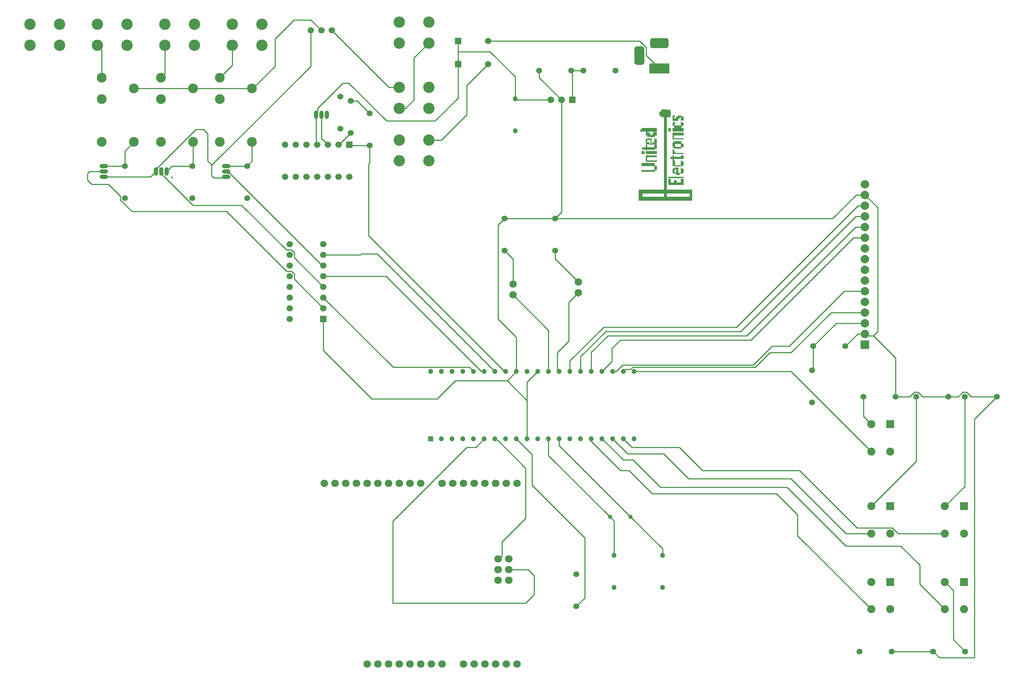
<source format=gtl>
%FSLAX23Y23*%
%MOIN*%
G70*
G01*
G75*
G04 Layer_Physical_Order=1*
G04 Layer_Color=255*
%ADD10C,0.010*%
%ADD11C,0.001*%
%ADD12C,0.055*%
%ADD13R,0.059X0.059*%
%ADD14C,0.059*%
%ADD15C,0.059*%
%ADD16C,0.063*%
%ADD17R,0.063X0.063*%
%ADD18C,0.070*%
%ADD19R,0.075X0.075*%
%ADD20C,0.075*%
%ADD21C,0.106*%
G04:AMPARAMS|DCode=22|XSize=173mil|YSize=94mil|CornerRadius=24mil|HoleSize=0mil|Usage=FLASHONLY|Rotation=90.000|XOffset=0mil|YOffset=0mil|HoleType=Round|Shape=RoundedRectangle|*
%AMROUNDEDRECTD22*
21,1,0.173,0.047,0,0,90.0*
21,1,0.126,0.094,0,0,90.0*
1,1,0.047,0.024,0.063*
1,1,0.047,0.024,-0.063*
1,1,0.047,-0.024,-0.063*
1,1,0.047,-0.024,0.063*
%
%ADD22ROUNDEDRECTD22*%
%ADD23R,0.185X0.094*%
G04:AMPARAMS|DCode=24|XSize=173mil|YSize=94mil|CornerRadius=24mil|HoleSize=0mil|Usage=FLASHONLY|Rotation=180.000|XOffset=0mil|YOffset=0mil|HoleType=Round|Shape=RoundedRectangle|*
%AMROUNDEDRECTD24*
21,1,0.173,0.047,0,0,180.0*
21,1,0.126,0.094,0,0,180.0*
1,1,0.047,-0.063,0.024*
1,1,0.047,0.063,0.024*
1,1,0.047,0.063,-0.024*
1,1,0.047,-0.063,-0.024*
%
%ADD24ROUNDEDRECTD24*%
%ADD25C,0.091*%
%ADD26O,0.079X0.039*%
%ADD27O,0.079X0.039*%
%ADD28O,0.039X0.079*%
%ADD29O,0.039X0.079*%
%ADD30R,0.059X0.059*%
%ADD31C,0.047*%
%ADD32C,0.039*%
%ADD33R,0.047X0.047*%
%ADD34C,0.079*%
%ADD35R,0.079X0.079*%
%ADD36C,0.071*%
D10*
X4583Y1147D02*
Y1181D01*
X4535Y2227D02*
X4545D01*
X4583Y1280D02*
X4803Y1500D01*
X4545Y2227D02*
X4803Y1969D01*
Y1500D02*
Y1969D01*
X4557Y1122D02*
X4583Y1147D01*
Y1181D02*
Y1280D01*
X4862Y1811D02*
X5354Y1319D01*
X5079Y4304D02*
X7670D01*
X7892Y4526D01*
X7972D01*
X5017Y2874D02*
Y3259D01*
X4685Y3592D02*
X5017Y3259D01*
X4685Y3692D02*
Y3925D01*
X4606Y4004D02*
X4685Y3925D01*
X5204Y3157D02*
Y3520D01*
X5295Y3611D01*
X5079Y3928D02*
X5295Y3711D01*
X5079Y3928D02*
Y4004D01*
X4606Y4304D02*
X5079D01*
X5138Y4363D01*
Y5413D01*
X3074Y5011D02*
X3169Y5106D01*
Y5406D02*
X3228D01*
X3346Y5288D01*
X3159Y4988D02*
X3346D01*
X3334Y4813D02*
X3346Y4825D01*
Y4988D01*
X7960Y2453D02*
Y2638D01*
Y2453D02*
X8031Y2382D01*
X8799Y367D02*
X8910Y256D01*
X8799Y367D02*
Y827D01*
X8720Y906D02*
X8799Y827D01*
X8484Y886D02*
X8720Y650D01*
X8484Y886D02*
Y1063D01*
X8307Y1240D02*
X8484Y1063D01*
X7244Y1791D02*
X7795Y1240D01*
X5807Y2047D02*
X6063Y1791D01*
X5714Y2047D02*
X5807D01*
X803Y5925D02*
X843Y5886D01*
Y5620D02*
Y5886D01*
X1433Y5659D02*
Y5925D01*
X1394Y5620D02*
X1433Y5659D01*
X2063Y5738D02*
Y5925D01*
X1945Y5620D02*
X2063Y5738D01*
X1143Y5520D02*
X1694D01*
X2245D01*
X2795Y6161D02*
X2894Y6063D01*
X2638Y6161D02*
X2795D01*
X2461Y5984D02*
X2638Y6161D01*
X2461Y5728D02*
Y5984D01*
X2252Y5520D02*
X2461Y5728D01*
X2245Y5520D02*
X2252D01*
X1059Y4936D02*
X1143Y5020D01*
X1059Y4796D02*
Y4936D01*
X864Y4796D02*
X1059D01*
X862Y4794D02*
X864Y4796D01*
X1689D02*
X1694Y4800D01*
Y5020D01*
X2004Y4794D02*
X2199D01*
X2201Y4796D01*
X2245Y4840D01*
Y5020D01*
X2795Y5728D02*
Y6063D01*
X1870Y4803D02*
X2795Y5728D01*
X1870Y4705D02*
Y4803D01*
Y4705D02*
X1870D01*
X1890Y4685D01*
X1995D01*
X2004Y4694D01*
X1492D02*
X1501Y4685D01*
X2004Y4744D02*
X2019Y4729D01*
X2038D01*
X2901Y3866D01*
X2913D01*
X1499Y4796D02*
X1689D01*
X1448Y4744D02*
X1499Y4796D01*
X1723Y5138D02*
X1791D01*
X1831Y5098D01*
Y4843D02*
Y5098D01*
Y4843D02*
X1870Y4803D01*
X2643Y3937D02*
X2913Y3666D01*
X2643Y3937D02*
Y3985D01*
X2617Y4011D02*
X2643Y3985D01*
X2569Y4011D02*
X2617D01*
X1413Y4710D02*
Y4729D01*
X1398Y4744D02*
X1413Y4729D01*
X1348Y4744D02*
X1363Y4759D01*
Y4778D01*
X1723Y5138D01*
X2150Y4429D02*
X2569Y4011D01*
X1413Y4710D02*
X1694Y4429D01*
X2150D01*
X2643Y3737D02*
X2913Y3466D01*
X2643Y3737D02*
Y3785D01*
X2617Y3811D02*
X2643Y3785D01*
X2569Y3811D02*
X2617D01*
X2009Y4370D02*
X2569Y3811D01*
X1124Y4370D02*
X2009D01*
X1016Y4478D02*
Y4515D01*
Y4478D02*
X1124Y4370D01*
X1298Y4694D02*
X1348Y4744D01*
X862Y4694D02*
X1298D01*
X906Y4626D02*
X1016Y4515D01*
X748Y4626D02*
X906D01*
X709Y4665D02*
X748Y4626D01*
X728Y4744D02*
X862D01*
X709Y4724D02*
X728Y4744D01*
X709Y4724D02*
X709Y4724D01*
Y4665D02*
Y4724D01*
X3334Y4146D02*
Y4813D01*
X2844Y5003D02*
Y5276D01*
Y5003D02*
X2854Y4993D01*
X2894Y5053D02*
Y5276D01*
Y5053D02*
X2954Y4993D01*
X3504Y5217D02*
X3957D01*
X3150Y5571D02*
X3504Y5217D01*
X2844Y5276D02*
X2859Y5291D01*
X3097Y5571D02*
X3150D01*
X2859Y5333D02*
X3097Y5571D01*
X2859Y5291D02*
Y5333D01*
X2992Y6063D02*
X3524Y5531D01*
X3622D01*
X3760Y5807D02*
X3898Y5945D01*
X3760Y5413D02*
Y5807D01*
X3681Y5335D02*
X3760Y5413D01*
X3622Y5335D02*
X3681D01*
X5928Y5831D02*
Y5906D01*
Y5831D02*
X6051Y5709D01*
X4451Y5965D02*
X5870D01*
X5928Y5906D01*
X3957Y5217D02*
X4171Y5431D01*
Y5748D01*
X4252Y5549D02*
X4451Y5748D01*
X4252Y5276D02*
Y5549D01*
X4016Y5039D02*
X4252Y5276D01*
X3898Y5039D02*
X4016D01*
X4705Y5426D02*
Y5630D01*
X4469Y5866D02*
X4705Y5630D01*
X4171Y5866D02*
X4469D01*
X4171Y5748D02*
Y5866D01*
Y5965D01*
X4717Y5413D02*
X5038D01*
X4705Y5426D02*
X4717Y5413D01*
X4929Y5622D02*
Y5689D01*
Y5622D02*
X5138Y5413D01*
X5238D02*
Y5680D01*
X5229Y5689D02*
X5238Y5680D01*
X5229Y5689D02*
X5342D01*
X7904Y3226D02*
X7972D01*
X7788Y3110D02*
X7904Y3226D01*
X7488Y2894D02*
Y3110D01*
X7480Y2886D02*
X7488Y2894D01*
Y3110D02*
X7704Y3326D01*
X7972D01*
X7658Y3426D02*
X7972D01*
X7283Y3051D02*
X7658Y3426D01*
X7780Y3626D02*
X7972D01*
X7264Y3110D02*
X7780Y3626D01*
X7866Y4126D02*
X7972D01*
X6909Y3169D02*
X7866Y4126D01*
X6870Y3209D02*
X7887Y4226D01*
X7972D01*
X5571Y3209D02*
X6870D01*
X5551Y3248D02*
X6811D01*
X7889Y4326D02*
X7972D01*
X6811Y3248D02*
X7889Y4326D01*
X6772Y3287D02*
X7910Y4426D01*
X7972D01*
Y4526D02*
X8091Y4408D01*
Y3248D02*
Y4408D01*
X8051Y3209D02*
X8091Y3248D01*
X7990Y3209D02*
X8051D01*
X7972Y3226D02*
X7990Y3209D01*
X8260Y2638D02*
Y3000D01*
X8051Y3209D02*
X8260Y3000D01*
X3334Y4146D02*
X4606Y2874D01*
X4617D01*
X4631Y2788D02*
X4717Y2874D01*
X3976Y2618D02*
X4146Y2788D01*
X4631D01*
X2913Y3966D02*
X3257D01*
X3268Y3976D01*
X3415D01*
X4517Y2874D01*
X2913Y3566D02*
X3567Y2913D01*
X4279D01*
X4317Y2874D01*
X4390D02*
X4417D01*
X3498Y3766D02*
X4390Y2874D01*
X2913Y3766D02*
X3498D01*
X4631Y2788D02*
X4817Y2602D01*
Y2244D02*
Y2602D01*
Y2774D02*
X4917Y2874D01*
X4817Y2602D02*
Y2774D01*
X7087Y3051D02*
X7283D01*
X7106Y3110D02*
X7264D01*
X6929Y2933D02*
X7106Y3110D01*
X6948Y2913D02*
X7087Y3051D01*
X5717Y2874D02*
X5740Y2896D01*
X5785D01*
X5801Y2913D01*
X6948D01*
X5709Y2933D02*
X6929D01*
X5650Y2874D02*
X5709Y2933D01*
X5617Y2874D02*
X5650D01*
X5517D02*
X5610Y2967D01*
X5689Y3169D02*
X6909D01*
X5610Y3091D02*
X5689Y3169D01*
X5610Y2967D02*
Y3091D01*
X5417Y3055D02*
X5571Y3209D01*
X5417Y2874D02*
Y3055D01*
X5317Y3014D02*
X5551Y3248D01*
X5317Y2874D02*
Y3014D01*
X4547Y4244D02*
X4606Y4304D01*
X4547Y3366D02*
Y4244D01*
Y3366D02*
X4717Y3196D01*
Y2874D02*
Y3196D01*
X5531Y3287D02*
X6772D01*
X5217Y2874D02*
Y2973D01*
X5531Y3287D01*
X5098Y3051D02*
X5204Y3157D01*
X5098Y2893D02*
Y3051D01*
Y2893D02*
X5117Y2874D01*
X5295Y3575D02*
Y3611D01*
X3366Y2618D02*
X3976D01*
X2913Y3071D02*
Y3366D01*
Y3071D02*
X3366Y2618D01*
X4647Y1122D02*
X4647Y1122D01*
X4817Y2242D02*
Y2244D01*
X4647Y1022D02*
X4821D01*
X4823Y1024D01*
X4882Y965D01*
Y787D02*
Y965D01*
X4803Y709D02*
X4882Y787D01*
X3563Y709D02*
X4803D01*
X3563D02*
Y1476D01*
X4252Y2165D01*
X4339D01*
X4417Y2244D01*
X5276Y677D02*
X5354Y756D01*
Y1319D01*
X4862Y1811D02*
Y2099D01*
X4717Y2244D02*
X4862Y2099D01*
X6083Y1154D02*
Y1217D01*
X5783Y1516D02*
X6083Y1217D01*
X5117Y2182D02*
X5783Y1516D01*
X5117Y2182D02*
Y2244D01*
X5017Y2089D02*
Y2244D01*
Y2089D02*
X5591Y1516D01*
X5630Y1154D02*
Y1476D01*
X5591Y1516D02*
X5630Y1476D01*
X5817Y2874D02*
X7283D01*
X8031Y2126D01*
X8452Y2035D02*
Y2638D01*
X8031Y1614D02*
X8452Y2035D01*
X8965Y2638D02*
X9205D01*
X8923Y2680D02*
X8965Y2638D01*
X8887Y2680D02*
X8923D01*
X8845Y2638D02*
X8887Y2680D01*
X8752Y2638D02*
X8845D01*
X8470Y2680D02*
X8513Y2638D01*
X8435Y2680D02*
X8470D01*
X8392Y2638D02*
X8435Y2680D01*
X8260Y2638D02*
X8392D01*
X8221Y256D02*
X8610D01*
X8513Y2638D02*
X8752D01*
X8905Y1799D02*
Y2638D01*
X8720Y1614D02*
X8905Y1799D01*
X8610Y256D02*
X8669Y197D01*
X8996D01*
Y2429D01*
X9205Y2638D01*
X8283Y1358D02*
X8720D01*
X8230Y1411D02*
X8283Y1358D01*
X5717Y2244D02*
X5796Y2165D01*
X7362Y1949D02*
X7900Y1411D01*
X8230D01*
X7795Y1358D02*
X8031D01*
X7283Y1870D02*
X7795Y1358D01*
X5517Y2244D02*
X5714Y2047D01*
X5617Y2244D02*
X5755Y2106D01*
X5796Y2165D02*
X6240D01*
X6457Y1949D01*
X7362D01*
X6327Y1870D02*
X7283D01*
X5755Y2106D02*
X6091D01*
X6327Y1870D01*
X6063Y1791D02*
X7244D01*
X7795Y1240D02*
X8307D01*
X7343Y1339D02*
X8031Y650D01*
X7343Y1339D02*
Y1535D01*
X7146Y1732D02*
X7343Y1535D01*
X5984Y1732D02*
X7146D01*
X5768Y1949D02*
X5984Y1732D01*
X5689Y1949D02*
X5768D01*
X5417Y2220D02*
X5689Y1949D01*
X5417Y2220D02*
Y2244D01*
D11*
X5858Y4473D02*
Y4575D01*
X5859Y4473D02*
Y4575D01*
X5860Y4473D02*
Y4575D01*
X5861Y4473D02*
Y4575D01*
X5862Y4473D02*
Y4575D01*
X5863Y4473D02*
Y4575D01*
X5864Y4473D02*
Y4575D01*
X5865Y4473D02*
Y4575D01*
X5866Y4473D02*
Y4575D01*
X5867Y4473D02*
Y4575D01*
X5868Y4473D02*
Y4575D01*
X5869Y4473D02*
Y4575D01*
X5870Y4473D02*
Y4575D01*
X5871Y4473D02*
Y4575D01*
Y5122D02*
Y5134D01*
X5872Y4473D02*
Y4575D01*
Y5122D02*
Y5134D01*
X5873Y4473D02*
Y4575D01*
Y5122D02*
Y5134D01*
X5874Y4473D02*
Y4575D01*
Y5122D02*
Y5134D01*
X5875Y4473D02*
Y4575D01*
Y5122D02*
Y5134D01*
X5876Y4473D02*
Y4575D01*
Y5122D02*
Y5134D01*
X5877Y4473D02*
Y4575D01*
Y5122D02*
Y5134D01*
X5878Y4473D02*
Y4575D01*
Y5122D02*
Y5134D01*
X5879Y4473D02*
Y4575D01*
Y5122D02*
Y5134D01*
X5880Y4473D02*
Y4575D01*
Y5122D02*
Y5134D01*
X5881Y4473D02*
Y4575D01*
Y5122D02*
Y5134D01*
X5882Y4473D02*
Y4575D01*
Y5122D02*
Y5134D01*
X5883Y4473D02*
Y4575D01*
Y5122D02*
Y5134D01*
X5884Y4473D02*
Y4575D01*
Y5122D02*
Y5134D01*
X5885Y4473D02*
Y4575D01*
Y5122D02*
Y5134D01*
X5886Y4473D02*
Y4575D01*
Y5122D02*
Y5134D01*
X5887Y4473D02*
Y4575D01*
Y4743D02*
Y4759D01*
Y4798D02*
Y4825D01*
Y4911D02*
Y4935D01*
Y5122D02*
Y5150D01*
X5888Y4473D02*
Y4575D01*
Y4743D02*
Y4759D01*
Y4798D02*
Y4825D01*
Y4911D02*
Y4935D01*
Y5122D02*
Y5150D01*
X5889Y4473D02*
Y4575D01*
Y4743D02*
Y4759D01*
Y4798D02*
Y4825D01*
Y4911D02*
Y4935D01*
Y5122D02*
Y5150D01*
X5890Y4473D02*
Y4575D01*
Y4743D02*
Y4759D01*
Y4798D02*
Y4825D01*
Y4911D02*
Y4935D01*
Y5122D02*
Y5150D01*
X5891Y4473D02*
Y4575D01*
Y4743D02*
Y4759D01*
Y4798D02*
Y4825D01*
Y4911D02*
Y4935D01*
Y5122D02*
Y5150D01*
X5892Y4473D02*
Y4508D01*
Y4540D02*
Y4575D01*
Y4743D02*
Y4759D01*
Y4798D02*
Y4825D01*
Y4911D02*
Y4935D01*
Y4950D02*
Y4970D01*
Y5122D02*
Y5150D01*
X5893Y4473D02*
Y4508D01*
Y4540D02*
Y4575D01*
Y4743D02*
Y4759D01*
Y4798D02*
Y4825D01*
Y4911D02*
Y4935D01*
Y4950D02*
Y4970D01*
Y5122D02*
Y5150D01*
X5894Y4473D02*
Y4508D01*
Y4540D02*
Y4575D01*
Y4743D02*
Y4759D01*
Y4798D02*
Y4825D01*
Y4911D02*
Y4935D01*
Y4950D02*
Y4970D01*
Y5122D02*
Y5150D01*
X5895Y4473D02*
Y4508D01*
Y4540D02*
Y4575D01*
Y4743D02*
Y4759D01*
Y4798D02*
Y4825D01*
Y4911D02*
Y4935D01*
Y4950D02*
Y4970D01*
Y5122D02*
Y5150D01*
X5896Y4473D02*
Y4508D01*
Y4540D02*
Y4575D01*
Y4743D02*
Y4759D01*
Y4798D02*
Y4825D01*
Y4911D02*
Y4935D01*
Y4950D02*
Y4970D01*
Y5122D02*
Y5150D01*
X5897Y4473D02*
Y4508D01*
Y4540D02*
Y4575D01*
Y4743D02*
Y4759D01*
Y4798D02*
Y4825D01*
Y4911D02*
Y4935D01*
Y4950D02*
Y4970D01*
Y5122D02*
Y5150D01*
X5898Y4473D02*
Y4508D01*
Y4540D02*
Y4575D01*
Y4743D02*
Y4759D01*
Y4798D02*
Y4825D01*
Y4911D02*
Y4935D01*
Y4950D02*
Y4970D01*
Y5122D02*
Y5150D01*
X5899Y4473D02*
Y4508D01*
Y4540D02*
Y4575D01*
Y4743D02*
Y4759D01*
Y4798D02*
Y4825D01*
Y4911D02*
Y4935D01*
Y4950D02*
Y4970D01*
Y5122D02*
Y5150D01*
X5900Y4473D02*
Y4508D01*
Y4540D02*
Y4575D01*
Y4743D02*
Y4759D01*
Y4798D02*
Y4825D01*
Y4911D02*
Y4935D01*
Y4950D02*
Y4970D01*
Y5122D02*
Y5150D01*
X5901Y4473D02*
Y4508D01*
Y4540D02*
Y4575D01*
Y4743D02*
Y4759D01*
Y4798D02*
Y4825D01*
Y4911D02*
Y4935D01*
Y4950D02*
Y4970D01*
Y5122D02*
Y5150D01*
X5902Y4473D02*
Y4508D01*
Y4540D02*
Y4575D01*
Y4743D02*
Y4759D01*
Y4798D02*
Y4825D01*
Y4911D02*
Y4935D01*
Y4950D02*
Y4970D01*
Y5122D02*
Y5150D01*
X5903Y4473D02*
Y4508D01*
Y4540D02*
Y4575D01*
Y4743D02*
Y4759D01*
Y4798D02*
Y4825D01*
Y4911D02*
Y4935D01*
Y4950D02*
Y4970D01*
Y5122D02*
Y5150D01*
X5904Y4473D02*
Y4508D01*
Y4540D02*
Y4575D01*
Y4743D02*
Y4759D01*
Y4798D02*
Y4825D01*
Y4911D02*
Y4935D01*
Y4950D02*
Y4970D01*
Y5122D02*
Y5150D01*
X5905Y4473D02*
Y4508D01*
Y4540D02*
Y4575D01*
Y4743D02*
Y4759D01*
Y4798D02*
Y4825D01*
Y4911D02*
Y4935D01*
Y4950D02*
Y4970D01*
Y5122D02*
Y5150D01*
X5906Y4473D02*
Y4508D01*
Y4540D02*
Y4575D01*
Y4743D02*
Y4759D01*
Y4798D02*
Y4825D01*
Y4911D02*
Y4935D01*
Y4950D02*
Y4970D01*
Y5122D02*
Y5150D01*
X5907Y4473D02*
Y4508D01*
Y4540D02*
Y4575D01*
Y4743D02*
Y4759D01*
Y4798D02*
Y4825D01*
Y4911D02*
Y4935D01*
Y4950D02*
Y4970D01*
Y5122D02*
Y5150D01*
X5908Y4473D02*
Y4508D01*
Y4540D02*
Y4575D01*
Y4743D02*
Y4759D01*
Y4798D02*
Y4825D01*
Y4911D02*
Y4935D01*
Y4950D02*
Y4970D01*
Y5122D02*
Y5150D01*
X5909Y4473D02*
Y4508D01*
Y4540D02*
Y4575D01*
Y4743D02*
Y4759D01*
Y4798D02*
Y4825D01*
Y4911D02*
Y4935D01*
Y4950D02*
Y4970D01*
Y5122D02*
Y5150D01*
X5910Y4473D02*
Y4508D01*
Y4540D02*
Y4575D01*
Y4743D02*
Y4759D01*
Y4798D02*
Y4825D01*
Y4911D02*
Y4935D01*
Y4950D02*
Y4970D01*
Y5122D02*
Y5150D01*
X5911Y4473D02*
Y4508D01*
Y4540D02*
Y4575D01*
Y4743D02*
Y4759D01*
Y4798D02*
Y4825D01*
Y4911D02*
Y4935D01*
Y4950D02*
Y4970D01*
Y5122D02*
Y5150D01*
X5912Y4473D02*
Y4508D01*
Y4540D02*
Y4575D01*
Y4743D02*
Y4759D01*
Y4798D02*
Y4825D01*
Y4911D02*
Y4935D01*
Y4950D02*
Y4970D01*
Y5122D02*
Y5150D01*
X5913Y4473D02*
Y4508D01*
Y4540D02*
Y4575D01*
Y4743D02*
Y4759D01*
Y4798D02*
Y4825D01*
Y4950D02*
Y4970D01*
Y5122D02*
Y5150D01*
X5914Y4473D02*
Y4508D01*
Y4540D02*
Y4575D01*
Y4743D02*
Y4759D01*
Y4798D02*
Y4825D01*
Y4950D02*
Y4970D01*
Y5122D02*
Y5150D01*
X5915Y4473D02*
Y4508D01*
Y4540D02*
Y4575D01*
Y4743D02*
Y4759D01*
Y4798D02*
Y4825D01*
Y4950D02*
Y4970D01*
Y5122D02*
Y5150D01*
X5916Y4473D02*
Y4508D01*
Y4540D02*
Y4575D01*
Y4743D02*
Y4759D01*
Y4798D02*
Y4825D01*
Y4950D02*
Y4970D01*
Y5122D02*
Y5150D01*
X5917Y4473D02*
Y4508D01*
Y4540D02*
Y4575D01*
Y4743D02*
Y4759D01*
Y4798D02*
Y4825D01*
Y4950D02*
Y4970D01*
Y5122D02*
Y5150D01*
X5918Y4473D02*
Y4508D01*
Y4540D02*
Y4575D01*
Y4743D02*
Y4759D01*
Y4798D02*
Y4825D01*
Y4950D02*
Y4970D01*
Y5122D02*
Y5150D01*
X5919Y4473D02*
Y4508D01*
Y4540D02*
Y4575D01*
Y4743D02*
Y4759D01*
Y4798D02*
Y4825D01*
Y4950D02*
Y4970D01*
Y5122D02*
Y5150D01*
X5920Y4473D02*
Y4508D01*
Y4540D02*
Y4575D01*
Y4743D02*
Y4759D01*
Y4798D02*
Y4825D01*
Y4950D02*
Y4970D01*
Y5122D02*
Y5150D01*
X5921Y4473D02*
Y4508D01*
Y4540D02*
Y4575D01*
Y4743D02*
Y4759D01*
Y4798D02*
Y4825D01*
Y4950D02*
Y4970D01*
Y5122D02*
Y5150D01*
X5922Y4473D02*
Y4508D01*
Y4540D02*
Y4575D01*
Y4743D02*
Y4759D01*
Y4798D02*
Y4825D01*
Y4950D02*
Y4970D01*
Y5122D02*
Y5150D01*
X5923Y4473D02*
Y4508D01*
Y4540D02*
Y4575D01*
Y4743D02*
Y4759D01*
Y4798D02*
Y4825D01*
Y4950D02*
Y4970D01*
Y5122D02*
Y5150D01*
X5924Y4473D02*
Y4508D01*
Y4540D02*
Y4575D01*
Y4743D02*
Y4759D01*
Y4798D02*
Y4825D01*
Y4950D02*
Y4970D01*
Y5122D02*
Y5150D01*
X5925Y4473D02*
Y4508D01*
Y4540D02*
Y4575D01*
Y4743D02*
Y4759D01*
Y4798D02*
Y4825D01*
Y4950D02*
Y4970D01*
Y5122D02*
Y5150D01*
X5926Y4473D02*
Y4508D01*
Y4540D02*
Y4575D01*
Y4743D02*
Y4759D01*
Y4798D02*
Y4825D01*
Y4837D02*
Y4896D01*
Y4911D02*
Y4935D01*
Y4946D02*
Y4997D01*
Y5005D02*
Y5048D01*
Y5083D02*
Y5150D01*
X5927Y4473D02*
Y4508D01*
Y4540D02*
Y4575D01*
Y4743D02*
Y4759D01*
Y4798D02*
Y4825D01*
Y4837D02*
Y4896D01*
Y4911D02*
Y4935D01*
Y4946D02*
Y4997D01*
Y5005D02*
Y5048D01*
Y5083D02*
Y5150D01*
X5928Y4473D02*
Y4508D01*
Y4540D02*
Y4575D01*
Y4743D02*
Y4759D01*
Y4798D02*
Y4825D01*
Y4837D02*
Y4896D01*
Y4911D02*
Y4935D01*
Y4946D02*
Y4997D01*
Y5005D02*
Y5048D01*
Y5083D02*
Y5150D01*
X5929Y4473D02*
Y4508D01*
Y4540D02*
Y4575D01*
Y4743D02*
Y4759D01*
Y4798D02*
Y4825D01*
Y4837D02*
Y4896D01*
Y4911D02*
Y4935D01*
Y4946D02*
Y4997D01*
Y5005D02*
Y5048D01*
Y5083D02*
Y5150D01*
X5930Y4473D02*
Y4508D01*
Y4540D02*
Y4575D01*
Y4743D02*
Y4759D01*
Y4798D02*
Y4825D01*
Y4837D02*
Y4896D01*
Y4911D02*
Y4935D01*
Y4946D02*
Y4997D01*
Y5005D02*
Y5048D01*
Y5083D02*
Y5150D01*
X5931Y4473D02*
Y4508D01*
Y4540D02*
Y4575D01*
Y4743D02*
Y4759D01*
Y4798D02*
Y4825D01*
Y4837D02*
Y4896D01*
Y4911D02*
Y4935D01*
Y4946D02*
Y4997D01*
Y5005D02*
Y5048D01*
Y5083D02*
Y5150D01*
X5932Y4473D02*
Y4508D01*
Y4540D02*
Y4575D01*
Y4743D02*
Y4759D01*
Y4798D02*
Y4825D01*
Y4837D02*
Y4896D01*
Y4911D02*
Y4935D01*
Y4946D02*
Y4997D01*
Y5005D02*
Y5048D01*
Y5083D02*
Y5150D01*
X5933Y4473D02*
Y4508D01*
Y4540D02*
Y4575D01*
Y4743D02*
Y4759D01*
Y4798D02*
Y4825D01*
Y4837D02*
Y4896D01*
Y4911D02*
Y4935D01*
Y4946D02*
Y4997D01*
Y5005D02*
Y5048D01*
Y5083D02*
Y5150D01*
X5934Y4473D02*
Y4508D01*
Y4540D02*
Y4575D01*
Y4743D02*
Y4759D01*
Y4798D02*
Y4825D01*
Y4837D02*
Y4896D01*
Y4911D02*
Y4935D01*
Y4946D02*
Y4997D01*
Y5005D02*
Y5048D01*
Y5083D02*
Y5150D01*
X5935Y4473D02*
Y4508D01*
Y4540D02*
Y4575D01*
Y4743D02*
Y4759D01*
Y4798D02*
Y4825D01*
Y4837D02*
Y4896D01*
Y4911D02*
Y4935D01*
Y4946D02*
Y4997D01*
Y5005D02*
Y5048D01*
Y5083D02*
Y5150D01*
X5936Y4473D02*
Y4508D01*
Y4540D02*
Y4575D01*
Y4743D02*
Y4759D01*
Y4798D02*
Y4825D01*
Y4837D02*
Y4896D01*
Y4911D02*
Y4935D01*
Y4946D02*
Y4997D01*
Y5005D02*
Y5048D01*
Y5083D02*
Y5150D01*
X5937Y4473D02*
Y4508D01*
Y4540D02*
Y4575D01*
Y4743D02*
Y4759D01*
Y4798D02*
Y4825D01*
Y4837D02*
Y4896D01*
Y4911D02*
Y4935D01*
Y4946D02*
Y4997D01*
Y5005D02*
Y5048D01*
Y5083D02*
Y5150D01*
X5938Y4473D02*
Y4508D01*
Y4540D02*
Y4575D01*
Y4743D02*
Y4759D01*
Y4798D02*
Y4825D01*
Y4837D02*
Y4849D01*
Y4880D02*
Y4896D01*
Y4911D02*
Y4935D01*
Y4950D02*
Y4970D01*
Y5001D02*
Y5017D01*
Y5040D02*
Y5056D01*
Y5072D02*
Y5103D01*
Y5115D02*
Y5150D01*
X5939Y4473D02*
Y4508D01*
Y4540D02*
Y4575D01*
Y4743D02*
Y4759D01*
Y4798D02*
Y4825D01*
Y4837D02*
Y4849D01*
Y4880D02*
Y4896D01*
Y4911D02*
Y4935D01*
Y4950D02*
Y4970D01*
Y5001D02*
Y5017D01*
Y5040D02*
Y5056D01*
Y5072D02*
Y5103D01*
Y5115D02*
Y5150D01*
X5940Y4473D02*
Y4508D01*
Y4540D02*
Y4575D01*
Y4743D02*
Y4759D01*
Y4798D02*
Y4825D01*
Y4837D02*
Y4849D01*
Y4880D02*
Y4896D01*
Y4911D02*
Y4935D01*
Y4950D02*
Y4970D01*
Y5001D02*
Y5017D01*
Y5040D02*
Y5056D01*
Y5072D02*
Y5103D01*
Y5115D02*
Y5150D01*
X5941Y4473D02*
Y4508D01*
Y4540D02*
Y4575D01*
Y4743D02*
Y4759D01*
Y4798D02*
Y4825D01*
Y4837D02*
Y4849D01*
Y4880D02*
Y4896D01*
Y4911D02*
Y4935D01*
Y4950D02*
Y4970D01*
Y5001D02*
Y5017D01*
Y5040D02*
Y5056D01*
Y5072D02*
Y5103D01*
Y5115D02*
Y5150D01*
X5942Y4473D02*
Y4508D01*
Y4540D02*
Y4575D01*
Y4743D02*
Y4759D01*
Y4798D02*
Y4825D01*
Y4837D02*
Y4849D01*
Y4880D02*
Y4896D01*
Y4911D02*
Y4935D01*
Y4950D02*
Y4970D01*
Y5001D02*
Y5017D01*
Y5040D02*
Y5056D01*
Y5072D02*
Y5103D01*
Y5115D02*
Y5150D01*
X5943Y4473D02*
Y4508D01*
Y4540D02*
Y4575D01*
Y4743D02*
Y4759D01*
Y4798D02*
Y4825D01*
Y4837D02*
Y4849D01*
Y4880D02*
Y4896D01*
Y4911D02*
Y4935D01*
Y4950D02*
Y4970D01*
Y5001D02*
Y5017D01*
Y5040D02*
Y5056D01*
Y5072D02*
Y5103D01*
Y5115D02*
Y5150D01*
X5944Y4473D02*
Y4508D01*
Y4540D02*
Y4575D01*
Y4743D02*
Y4759D01*
Y4798D02*
Y4825D01*
Y4837D02*
Y4849D01*
Y4880D02*
Y4896D01*
Y4911D02*
Y4935D01*
Y4950D02*
Y4970D01*
Y5001D02*
Y5017D01*
Y5040D02*
Y5056D01*
Y5072D02*
Y5103D01*
Y5115D02*
Y5150D01*
X5945Y4473D02*
Y4508D01*
Y4540D02*
Y4575D01*
Y4743D02*
Y4759D01*
Y4798D02*
Y4825D01*
Y4837D02*
Y4849D01*
Y4880D02*
Y4896D01*
Y4911D02*
Y4935D01*
Y4950D02*
Y4970D01*
Y5001D02*
Y5017D01*
Y5040D02*
Y5056D01*
Y5072D02*
Y5103D01*
Y5115D02*
Y5150D01*
X5946Y4473D02*
Y4508D01*
Y4540D02*
Y4575D01*
Y4743D02*
Y4759D01*
Y4798D02*
Y4825D01*
Y4837D02*
Y4849D01*
Y4880D02*
Y4896D01*
Y4911D02*
Y4935D01*
Y4950D02*
Y4970D01*
Y5001D02*
Y5017D01*
Y5040D02*
Y5056D01*
Y5072D02*
Y5103D01*
Y5115D02*
Y5150D01*
X5947Y4473D02*
Y4508D01*
Y4540D02*
Y4575D01*
Y4743D02*
Y4759D01*
Y4798D02*
Y4825D01*
Y4837D02*
Y4849D01*
Y4880D02*
Y4896D01*
Y4911D02*
Y4935D01*
Y4950D02*
Y4970D01*
Y5001D02*
Y5017D01*
Y5040D02*
Y5056D01*
Y5072D02*
Y5103D01*
Y5115D02*
Y5150D01*
X5948Y4473D02*
Y4508D01*
Y4540D02*
Y4575D01*
Y4743D02*
Y4759D01*
Y4798D02*
Y4825D01*
Y4837D02*
Y4849D01*
Y4880D02*
Y4896D01*
Y4911D02*
Y4935D01*
Y4950D02*
Y4970D01*
Y5001D02*
Y5017D01*
Y5040D02*
Y5056D01*
Y5072D02*
Y5103D01*
Y5115D02*
Y5150D01*
X5949Y4473D02*
Y4508D01*
Y4540D02*
Y4575D01*
Y4743D02*
Y4759D01*
Y4798D02*
Y4825D01*
Y4837D02*
Y4849D01*
Y4880D02*
Y4896D01*
Y4911D02*
Y4935D01*
Y4950D02*
Y4970D01*
Y5001D02*
Y5017D01*
Y5040D02*
Y5056D01*
Y5072D02*
Y5103D01*
Y5115D02*
Y5150D01*
X5950Y4473D02*
Y4508D01*
Y4540D02*
Y4575D01*
Y4743D02*
Y4759D01*
Y4798D02*
Y4825D01*
Y4837D02*
Y4849D01*
Y4880D02*
Y4896D01*
Y4911D02*
Y4935D01*
Y4950D02*
Y4970D01*
Y5001D02*
Y5017D01*
Y5040D02*
Y5056D01*
Y5072D02*
Y5103D01*
Y5115D02*
Y5150D01*
X5951Y4473D02*
Y4508D01*
Y4540D02*
Y4575D01*
Y4743D02*
Y4759D01*
Y4798D02*
Y4825D01*
Y4837D02*
Y4849D01*
Y4880D02*
Y4896D01*
Y4911D02*
Y4935D01*
Y4950D02*
Y4970D01*
Y5001D02*
Y5017D01*
Y5040D02*
Y5056D01*
Y5072D02*
Y5103D01*
Y5115D02*
Y5150D01*
X5952Y4473D02*
Y4508D01*
Y4540D02*
Y4575D01*
Y4743D02*
Y4759D01*
Y4798D02*
Y4825D01*
Y4837D02*
Y4849D01*
Y4880D02*
Y4896D01*
Y4911D02*
Y4935D01*
Y4950D02*
Y4970D01*
Y5001D02*
Y5017D01*
Y5040D02*
Y5056D01*
Y5072D02*
Y5103D01*
Y5115D02*
Y5150D01*
X5953Y4473D02*
Y4508D01*
Y4540D02*
Y4575D01*
Y4743D02*
Y4759D01*
Y4798D02*
Y4825D01*
Y4837D02*
Y4849D01*
Y4880D02*
Y4896D01*
Y4911D02*
Y4935D01*
Y4950D02*
Y4970D01*
Y5001D02*
Y5017D01*
Y5040D02*
Y5056D01*
Y5072D02*
Y5103D01*
Y5115D02*
Y5150D01*
X5954Y4473D02*
Y4508D01*
Y4540D02*
Y4575D01*
Y4743D02*
Y4759D01*
Y4798D02*
Y4825D01*
Y4837D02*
Y4849D01*
Y4880D02*
Y4896D01*
Y4911D02*
Y4935D01*
Y4950D02*
Y4970D01*
Y5001D02*
Y5017D01*
Y5040D02*
Y5056D01*
Y5072D02*
Y5103D01*
Y5115D02*
Y5150D01*
X5955Y4473D02*
Y4508D01*
Y4540D02*
Y4575D01*
Y4743D02*
Y4759D01*
Y4798D02*
Y4825D01*
Y4837D02*
Y4849D01*
Y4880D02*
Y4896D01*
Y4911D02*
Y4935D01*
Y4950D02*
Y4970D01*
Y5001D02*
Y5005D01*
Y5048D02*
Y5056D01*
Y5072D02*
Y5103D01*
Y5122D02*
Y5150D01*
X5956Y4473D02*
Y4508D01*
Y4540D02*
Y4575D01*
Y4743D02*
Y4759D01*
Y4798D02*
Y4825D01*
Y4837D02*
Y4849D01*
Y4880D02*
Y4896D01*
Y4911D02*
Y4935D01*
Y4950D02*
Y4970D01*
Y5001D02*
Y5005D01*
Y5048D02*
Y5056D01*
Y5072D02*
Y5103D01*
Y5122D02*
Y5150D01*
X5957Y4473D02*
Y4508D01*
Y4540D02*
Y4575D01*
Y4743D02*
Y4759D01*
Y4798D02*
Y4825D01*
Y4837D02*
Y4849D01*
Y4880D02*
Y4896D01*
Y4911D02*
Y4935D01*
Y4950D02*
Y4970D01*
Y5001D02*
Y5005D01*
Y5048D02*
Y5056D01*
Y5072D02*
Y5103D01*
Y5122D02*
Y5150D01*
X5958Y4473D02*
Y4508D01*
Y4540D02*
Y4575D01*
Y4743D02*
Y4759D01*
Y4798D02*
Y4825D01*
Y4837D02*
Y4849D01*
Y4880D02*
Y4896D01*
Y4911D02*
Y4935D01*
Y4950D02*
Y4970D01*
Y5001D02*
Y5005D01*
Y5048D02*
Y5056D01*
Y5072D02*
Y5103D01*
Y5122D02*
Y5150D01*
X5959Y4473D02*
Y4508D01*
Y4540D02*
Y4575D01*
Y4743D02*
Y4759D01*
Y4798D02*
Y4825D01*
Y4837D02*
Y4849D01*
Y4880D02*
Y4896D01*
Y4911D02*
Y4935D01*
Y4950D02*
Y4970D01*
Y5001D02*
Y5005D01*
Y5048D02*
Y5056D01*
Y5072D02*
Y5103D01*
Y5122D02*
Y5150D01*
X5960Y4473D02*
Y4508D01*
Y4540D02*
Y4575D01*
Y4743D02*
Y4759D01*
Y4798D02*
Y4825D01*
Y4837D02*
Y4849D01*
Y4880D02*
Y4896D01*
Y4911D02*
Y4935D01*
Y4950D02*
Y4970D01*
Y5001D02*
Y5005D01*
Y5048D02*
Y5056D01*
Y5072D02*
Y5103D01*
Y5122D02*
Y5150D01*
X5961Y4473D02*
Y4508D01*
Y4540D02*
Y4575D01*
Y4743D02*
Y4759D01*
Y4798D02*
Y4825D01*
Y4837D02*
Y4849D01*
Y4880D02*
Y4896D01*
Y4911D02*
Y4935D01*
Y4950D02*
Y4970D01*
Y5001D02*
Y5005D01*
Y5048D02*
Y5056D01*
Y5072D02*
Y5103D01*
Y5122D02*
Y5150D01*
X5962Y4473D02*
Y4508D01*
Y4540D02*
Y4575D01*
Y4743D02*
Y4759D01*
Y4798D02*
Y4825D01*
Y4837D02*
Y4849D01*
Y4880D02*
Y4896D01*
Y4911D02*
Y4935D01*
Y4950D02*
Y4970D01*
Y5001D02*
Y5005D01*
Y5048D02*
Y5056D01*
Y5072D02*
Y5103D01*
Y5122D02*
Y5150D01*
X5963Y4473D02*
Y4508D01*
Y4540D02*
Y4575D01*
Y4743D02*
Y4759D01*
Y4798D02*
Y4825D01*
Y4837D02*
Y4849D01*
Y4880D02*
Y4896D01*
Y4911D02*
Y4935D01*
Y4950D02*
Y4970D01*
Y5001D02*
Y5005D01*
Y5048D02*
Y5056D01*
Y5072D02*
Y5103D01*
Y5122D02*
Y5150D01*
X5964Y4473D02*
Y4508D01*
Y4540D02*
Y4575D01*
Y4743D02*
Y4759D01*
Y4798D02*
Y4825D01*
Y4837D02*
Y4849D01*
Y4880D02*
Y4896D01*
Y4911D02*
Y4935D01*
Y4950D02*
Y4970D01*
Y5001D02*
Y5005D01*
Y5048D02*
Y5056D01*
Y5072D02*
Y5103D01*
Y5122D02*
Y5150D01*
X5965Y4473D02*
Y4508D01*
Y4540D02*
Y4575D01*
Y4743D02*
Y4759D01*
Y4798D02*
Y4825D01*
Y4837D02*
Y4849D01*
Y4880D02*
Y4896D01*
Y4911D02*
Y4935D01*
Y4950D02*
Y4970D01*
Y5001D02*
Y5005D01*
Y5048D02*
Y5056D01*
Y5072D02*
Y5103D01*
Y5122D02*
Y5150D01*
X5966Y4473D02*
Y4508D01*
Y4540D02*
Y4575D01*
Y4743D02*
Y4759D01*
Y4798D02*
Y4825D01*
Y4837D02*
Y4849D01*
Y4880D02*
Y4896D01*
Y4911D02*
Y4935D01*
Y4950D02*
Y4970D01*
Y5001D02*
Y5005D01*
Y5048D02*
Y5056D01*
Y5072D02*
Y5103D01*
Y5122D02*
Y5150D01*
X5967Y4473D02*
Y4508D01*
Y4540D02*
Y4575D01*
Y4743D02*
Y4759D01*
Y4798D02*
Y4825D01*
Y4837D02*
Y4849D01*
Y4880D02*
Y4896D01*
Y4911D02*
Y4935D01*
Y4950D02*
Y4970D01*
Y5001D02*
Y5005D01*
Y5048D02*
Y5056D01*
Y5072D02*
Y5103D01*
Y5122D02*
Y5150D01*
X5968Y4473D02*
Y4508D01*
Y4540D02*
Y4575D01*
Y4743D02*
Y4759D01*
Y4798D02*
Y4825D01*
Y4837D02*
Y4849D01*
Y4880D02*
Y4896D01*
Y4911D02*
Y4935D01*
Y4950D02*
Y4970D01*
Y4997D02*
Y5056D01*
Y5068D02*
Y5083D01*
Y5122D02*
Y5150D01*
X5969Y4473D02*
Y4508D01*
Y4540D02*
Y4575D01*
Y4743D02*
Y4759D01*
Y4798D02*
Y4825D01*
Y4837D02*
Y4849D01*
Y4880D02*
Y4896D01*
Y4911D02*
Y4935D01*
Y4950D02*
Y4970D01*
Y4997D02*
Y5056D01*
Y5068D02*
Y5083D01*
Y5122D02*
Y5150D01*
X5970Y4473D02*
Y4508D01*
Y4540D02*
Y4575D01*
Y4743D02*
Y4759D01*
Y4798D02*
Y4825D01*
Y4837D02*
Y4849D01*
Y4880D02*
Y4896D01*
Y4911D02*
Y4935D01*
Y4950D02*
Y4970D01*
Y4997D02*
Y5056D01*
Y5068D02*
Y5083D01*
Y5122D02*
Y5150D01*
X5971Y4473D02*
Y4508D01*
Y4540D02*
Y4575D01*
Y4743D02*
Y4759D01*
Y4798D02*
Y4825D01*
Y4837D02*
Y4849D01*
Y4880D02*
Y4896D01*
Y4911D02*
Y4935D01*
Y4950D02*
Y4970D01*
Y4997D02*
Y5056D01*
Y5068D02*
Y5083D01*
Y5122D02*
Y5150D01*
X5972Y4473D02*
Y4508D01*
Y4540D02*
Y4575D01*
Y4743D02*
Y4759D01*
Y4798D02*
Y4825D01*
Y4837D02*
Y4849D01*
Y4880D02*
Y4896D01*
Y4911D02*
Y4935D01*
Y4950D02*
Y4970D01*
Y4997D02*
Y5056D01*
Y5068D02*
Y5083D01*
Y5122D02*
Y5150D01*
X5973Y4473D02*
Y4508D01*
Y4540D02*
Y4575D01*
Y4743D02*
Y4759D01*
Y4798D02*
Y4825D01*
Y4837D02*
Y4849D01*
Y4880D02*
Y4896D01*
Y4911D02*
Y4935D01*
Y4950D02*
Y4970D01*
Y4997D02*
Y5056D01*
Y5068D02*
Y5083D01*
Y5122D02*
Y5150D01*
X5974Y4473D02*
Y4508D01*
Y4540D02*
Y4575D01*
Y4743D02*
Y4759D01*
Y4798D02*
Y4825D01*
Y4837D02*
Y4849D01*
Y4880D02*
Y4896D01*
Y4911D02*
Y4935D01*
Y4950D02*
Y4970D01*
Y4997D02*
Y5056D01*
Y5068D02*
Y5083D01*
Y5122D02*
Y5150D01*
X5975Y4473D02*
Y4508D01*
Y4540D02*
Y4575D01*
Y4743D02*
Y4759D01*
Y4798D02*
Y4825D01*
Y4837D02*
Y4849D01*
Y4880D02*
Y4896D01*
Y4911D02*
Y4935D01*
Y4950D02*
Y4970D01*
Y4997D02*
Y5056D01*
Y5068D02*
Y5083D01*
Y5122D02*
Y5150D01*
X5976Y4473D02*
Y4508D01*
Y4540D02*
Y4575D01*
Y4743D02*
Y4759D01*
Y4798D02*
Y4825D01*
Y4837D02*
Y4849D01*
Y4880D02*
Y4896D01*
Y4911D02*
Y4935D01*
Y4950D02*
Y4970D01*
Y4997D02*
Y5005D01*
Y5068D02*
Y5083D01*
Y5122D02*
Y5150D01*
X5977Y4473D02*
Y4508D01*
Y4540D02*
Y4575D01*
Y4743D02*
Y4759D01*
Y4798D02*
Y4825D01*
Y4837D02*
Y4849D01*
Y4880D02*
Y4896D01*
Y4911D02*
Y4935D01*
Y4950D02*
Y4970D01*
Y4997D02*
Y5005D01*
Y5068D02*
Y5083D01*
Y5122D02*
Y5150D01*
X5978Y4473D02*
Y4508D01*
Y4540D02*
Y4575D01*
Y4743D02*
Y4759D01*
Y4798D02*
Y4825D01*
Y4837D02*
Y4849D01*
Y4880D02*
Y4896D01*
Y4911D02*
Y4935D01*
Y4950D02*
Y4970D01*
Y4997D02*
Y5005D01*
Y5068D02*
Y5083D01*
Y5122D02*
Y5150D01*
X5979Y4473D02*
Y4508D01*
Y4540D02*
Y4575D01*
Y4743D02*
Y4759D01*
Y4798D02*
Y4825D01*
Y4837D02*
Y4849D01*
Y4880D02*
Y4896D01*
Y4911D02*
Y4935D01*
Y4950D02*
Y4970D01*
Y4997D02*
Y5005D01*
Y5068D02*
Y5083D01*
Y5122D02*
Y5150D01*
X5980Y4473D02*
Y4508D01*
Y4540D02*
Y4575D01*
Y4743D02*
Y4759D01*
Y4798D02*
Y4825D01*
Y4837D02*
Y4849D01*
Y4880D02*
Y4896D01*
Y4911D02*
Y4935D01*
Y4950D02*
Y4970D01*
Y4997D02*
Y5005D01*
Y5068D02*
Y5083D01*
Y5122D02*
Y5150D01*
X5981Y4473D02*
Y4508D01*
Y4540D02*
Y4575D01*
Y4743D02*
Y4759D01*
Y4798D02*
Y4825D01*
Y4837D02*
Y4849D01*
Y4880D02*
Y4896D01*
Y4911D02*
Y4935D01*
Y4950D02*
Y4970D01*
Y4997D02*
Y5005D01*
Y5068D02*
Y5083D01*
Y5122D02*
Y5150D01*
X5982Y4473D02*
Y4508D01*
Y4540D02*
Y4575D01*
Y4743D02*
Y4759D01*
Y4798D02*
Y4825D01*
Y4837D02*
Y4849D01*
Y4880D02*
Y4896D01*
Y4911D02*
Y4935D01*
Y4950D02*
Y4970D01*
Y4997D02*
Y5005D01*
Y5068D02*
Y5083D01*
Y5122D02*
Y5150D01*
X5983Y4473D02*
Y4508D01*
Y4540D02*
Y4575D01*
Y4743D02*
Y4759D01*
Y4798D02*
Y4825D01*
Y4837D02*
Y4849D01*
Y4880D02*
Y4896D01*
Y4911D02*
Y4935D01*
Y4950D02*
Y4970D01*
Y4997D02*
Y5005D01*
Y5068D02*
Y5083D01*
Y5122D02*
Y5150D01*
X5984Y4473D02*
Y4508D01*
Y4540D02*
Y4575D01*
Y4743D02*
Y4759D01*
Y4798D02*
Y4825D01*
Y4837D02*
Y4849D01*
Y4880D02*
Y4896D01*
Y4911D02*
Y4935D01*
Y4950D02*
Y4970D01*
Y4997D02*
Y5005D01*
Y5068D02*
Y5083D01*
Y5122D02*
Y5150D01*
X5985Y4473D02*
Y4508D01*
Y4540D02*
Y4575D01*
Y4743D02*
Y4759D01*
Y4798D02*
Y4825D01*
Y4837D02*
Y4849D01*
Y4880D02*
Y4896D01*
Y4911D02*
Y4935D01*
Y4950D02*
Y4970D01*
Y4997D02*
Y5005D01*
Y5068D02*
Y5083D01*
Y5122D02*
Y5150D01*
X5986Y4473D02*
Y4508D01*
Y4540D02*
Y4575D01*
Y4743D02*
Y4759D01*
Y4798D02*
Y4825D01*
Y4837D02*
Y4849D01*
Y4880D02*
Y4896D01*
Y4911D02*
Y4935D01*
Y4950D02*
Y4970D01*
Y4997D02*
Y5005D01*
Y5068D02*
Y5083D01*
Y5122D02*
Y5150D01*
X5987Y4473D02*
Y4508D01*
Y4540D02*
Y4575D01*
Y4743D02*
Y4759D01*
Y4798D02*
Y4825D01*
Y4837D02*
Y4849D01*
Y4880D02*
Y4896D01*
Y4911D02*
Y4935D01*
Y4950D02*
Y4970D01*
Y4997D02*
Y5005D01*
Y5068D02*
Y5083D01*
Y5122D02*
Y5150D01*
X5988Y4473D02*
Y4508D01*
Y4540D02*
Y4575D01*
Y4743D02*
Y4759D01*
Y4798D02*
Y4825D01*
Y4837D02*
Y4849D01*
Y4880D02*
Y4896D01*
Y4911D02*
Y4935D01*
Y4950D02*
Y4970D01*
Y4997D02*
Y5005D01*
Y5068D02*
Y5083D01*
Y5122D02*
Y5150D01*
X5989Y4473D02*
Y4508D01*
Y4540D02*
Y4575D01*
Y4743D02*
Y4759D01*
Y4798D02*
Y4825D01*
Y4837D02*
Y4849D01*
Y4880D02*
Y4896D01*
Y4911D02*
Y4935D01*
Y4950D02*
Y4970D01*
Y5001D02*
Y5017D01*
Y5072D02*
Y5103D01*
Y5115D02*
Y5150D01*
X5990Y4473D02*
Y4508D01*
Y4540D02*
Y4575D01*
Y4743D02*
Y4759D01*
Y4798D02*
Y4825D01*
Y4837D02*
Y4849D01*
Y4880D02*
Y4896D01*
Y4911D02*
Y4935D01*
Y4950D02*
Y4970D01*
Y5001D02*
Y5017D01*
Y5072D02*
Y5103D01*
Y5115D02*
Y5150D01*
X5991Y4473D02*
Y4508D01*
Y4540D02*
Y4575D01*
Y4743D02*
Y4759D01*
Y4798D02*
Y4825D01*
Y4837D02*
Y4849D01*
Y4880D02*
Y4896D01*
Y4911D02*
Y4935D01*
Y4950D02*
Y4970D01*
Y5001D02*
Y5017D01*
Y5072D02*
Y5103D01*
Y5115D02*
Y5150D01*
X5992Y4473D02*
Y4508D01*
Y4540D02*
Y4575D01*
Y4743D02*
Y4759D01*
Y4798D02*
Y4825D01*
Y4837D02*
Y4849D01*
Y4880D02*
Y4896D01*
Y4911D02*
Y4935D01*
Y4950D02*
Y4970D01*
Y5001D02*
Y5017D01*
Y5072D02*
Y5103D01*
Y5115D02*
Y5150D01*
X5993Y4473D02*
Y4508D01*
Y4540D02*
Y4575D01*
Y4743D02*
Y4759D01*
Y4798D02*
Y4825D01*
Y4837D02*
Y4849D01*
Y4880D02*
Y4896D01*
Y4911D02*
Y4935D01*
Y4950D02*
Y4970D01*
Y5001D02*
Y5017D01*
Y5072D02*
Y5103D01*
Y5115D02*
Y5150D01*
X5994Y4473D02*
Y4508D01*
Y4540D02*
Y4575D01*
Y4743D02*
Y4759D01*
Y4798D02*
Y4825D01*
Y4837D02*
Y4849D01*
Y4880D02*
Y4896D01*
Y4911D02*
Y4935D01*
Y4950D02*
Y4970D01*
Y5001D02*
Y5017D01*
Y5072D02*
Y5103D01*
Y5115D02*
Y5150D01*
X5995Y4473D02*
Y4508D01*
Y4540D02*
Y4575D01*
Y4743D02*
Y4759D01*
Y4798D02*
Y4825D01*
Y4837D02*
Y4849D01*
Y4880D02*
Y4896D01*
Y4911D02*
Y4935D01*
Y4950D02*
Y4970D01*
Y5001D02*
Y5017D01*
Y5072D02*
Y5103D01*
Y5115D02*
Y5150D01*
X5996Y4473D02*
Y4508D01*
Y4540D02*
Y4575D01*
Y4743D02*
Y4759D01*
Y4798D02*
Y4825D01*
Y4837D02*
Y4849D01*
Y4880D02*
Y4896D01*
Y4911D02*
Y4935D01*
Y4950D02*
Y4970D01*
Y5001D02*
Y5017D01*
Y5072D02*
Y5103D01*
Y5115D02*
Y5150D01*
X5997Y4473D02*
Y4508D01*
Y4540D02*
Y4575D01*
Y4743D02*
Y4759D01*
Y4798D02*
Y4825D01*
Y4837D02*
Y4849D01*
Y4880D02*
Y4896D01*
Y4911D02*
Y4935D01*
Y4950D02*
Y4970D01*
Y5001D02*
Y5017D01*
Y5072D02*
Y5103D01*
Y5115D02*
Y5150D01*
X5998Y4473D02*
Y4508D01*
Y4540D02*
Y4575D01*
Y4743D02*
Y4759D01*
Y4798D02*
Y4825D01*
Y4837D02*
Y4849D01*
Y4880D02*
Y4896D01*
Y4911D02*
Y4935D01*
Y4950D02*
Y4970D01*
Y5001D02*
Y5017D01*
Y5072D02*
Y5103D01*
Y5115D02*
Y5150D01*
X5999Y4473D02*
Y4508D01*
Y4540D02*
Y4575D01*
Y4743D02*
Y4759D01*
Y4798D02*
Y4825D01*
Y4837D02*
Y4849D01*
Y4880D02*
Y4896D01*
Y4911D02*
Y4935D01*
Y4950D02*
Y4970D01*
Y5001D02*
Y5017D01*
Y5072D02*
Y5103D01*
Y5115D02*
Y5150D01*
X6000Y4473D02*
Y4508D01*
Y4540D02*
Y4575D01*
Y4743D02*
Y4759D01*
Y4798D02*
Y4825D01*
Y4837D02*
Y4849D01*
Y4880D02*
Y4896D01*
Y4911D02*
Y4935D01*
Y4950D02*
Y4970D01*
Y5001D02*
Y5017D01*
Y5072D02*
Y5103D01*
Y5115D02*
Y5150D01*
X6001Y4473D02*
Y4508D01*
Y4540D02*
Y4575D01*
Y4743D02*
Y4759D01*
Y4798D02*
Y4825D01*
Y4837D02*
Y4849D01*
Y4880D02*
Y4896D01*
Y4911D02*
Y4935D01*
Y4950D02*
Y4970D01*
Y5001D02*
Y5017D01*
Y5072D02*
Y5103D01*
Y5115D02*
Y5150D01*
X6002Y4473D02*
Y4508D01*
Y4540D02*
Y4575D01*
Y4743D02*
Y4759D01*
Y4798D02*
Y4825D01*
Y4837D02*
Y4849D01*
Y4880D02*
Y4896D01*
Y4911D02*
Y4935D01*
Y4950D02*
Y4970D01*
Y5001D02*
Y5017D01*
Y5072D02*
Y5103D01*
Y5115D02*
Y5150D01*
X6003Y4473D02*
Y4508D01*
Y4540D02*
Y4575D01*
Y4743D02*
Y4759D01*
Y4798D02*
Y4825D01*
Y4837D02*
Y4849D01*
Y4880D02*
Y4896D01*
Y4911D02*
Y4935D01*
Y4950D02*
Y4970D01*
Y5001D02*
Y5017D01*
Y5072D02*
Y5103D01*
Y5115D02*
Y5150D01*
X6004Y4473D02*
Y4508D01*
Y4540D02*
Y4575D01*
Y4743D02*
Y4759D01*
Y4798D02*
Y4825D01*
Y4837D02*
Y4849D01*
Y4880D02*
Y4896D01*
Y4911D02*
Y4935D01*
Y4950D02*
Y4970D01*
Y5001D02*
Y5017D01*
Y5072D02*
Y5103D01*
Y5115D02*
Y5150D01*
X6005Y4473D02*
Y4508D01*
Y4540D02*
Y4575D01*
Y4743D02*
Y4759D01*
Y4798D02*
Y4825D01*
Y4837D02*
Y4849D01*
Y4880D02*
Y4896D01*
Y4911D02*
Y4935D01*
Y4950D02*
Y4970D01*
Y5001D02*
Y5017D01*
Y5072D02*
Y5103D01*
Y5115D02*
Y5150D01*
X6006Y4473D02*
Y4508D01*
Y4540D02*
Y4575D01*
Y4751D02*
Y4802D01*
Y4837D02*
Y4849D01*
Y4880D02*
Y4896D01*
Y4911D02*
Y4935D01*
Y4950D02*
Y4997D01*
Y5001D02*
Y5056D01*
Y5072D02*
Y5150D01*
X6007Y4473D02*
Y4508D01*
Y4540D02*
Y4575D01*
Y4751D02*
Y4802D01*
Y4837D02*
Y4849D01*
Y4880D02*
Y4896D01*
Y4911D02*
Y4935D01*
Y4950D02*
Y4997D01*
Y5001D02*
Y5056D01*
Y5072D02*
Y5150D01*
X6008Y4473D02*
Y4508D01*
Y4540D02*
Y4575D01*
Y4751D02*
Y4802D01*
Y4837D02*
Y4849D01*
Y4880D02*
Y4896D01*
Y4911D02*
Y4935D01*
Y4950D02*
Y4997D01*
Y5001D02*
Y5056D01*
Y5072D02*
Y5150D01*
X6009Y4473D02*
Y4508D01*
Y4540D02*
Y4575D01*
Y4751D02*
Y4802D01*
Y4837D02*
Y4849D01*
Y4880D02*
Y4896D01*
Y4911D02*
Y4935D01*
Y4950D02*
Y4997D01*
Y5001D02*
Y5056D01*
Y5072D02*
Y5150D01*
X6010Y4473D02*
Y4508D01*
Y4540D02*
Y4575D01*
Y4759D02*
Y4798D01*
Y4837D02*
Y4849D01*
Y4880D02*
Y4896D01*
Y4911D02*
Y4935D01*
Y4962D02*
Y4997D01*
Y5005D02*
Y5048D01*
Y5083D02*
Y5115D01*
Y5122D02*
Y5150D01*
X6011Y4473D02*
Y4508D01*
Y4540D02*
Y4575D01*
Y4759D02*
Y4798D01*
Y4837D02*
Y4849D01*
Y4880D02*
Y4896D01*
Y4911D02*
Y4935D01*
Y4962D02*
Y4997D01*
Y5005D02*
Y5048D01*
Y5083D02*
Y5115D01*
Y5122D02*
Y5150D01*
X6012Y4473D02*
Y4508D01*
Y4540D02*
Y4575D01*
Y4759D02*
Y4798D01*
Y4837D02*
Y4849D01*
Y4880D02*
Y4896D01*
Y4911D02*
Y4935D01*
Y4962D02*
Y4997D01*
Y5005D02*
Y5048D01*
Y5083D02*
Y5115D01*
Y5122D02*
Y5150D01*
X6013Y4473D02*
Y4508D01*
Y4540D02*
Y4575D01*
Y4759D02*
Y4798D01*
Y4837D02*
Y4849D01*
Y4880D02*
Y4896D01*
Y4911D02*
Y4935D01*
Y4962D02*
Y4997D01*
Y5005D02*
Y5048D01*
Y5083D02*
Y5115D01*
Y5122D02*
Y5150D01*
X6014Y4473D02*
Y4508D01*
Y4540D02*
Y4575D01*
Y4759D02*
Y4798D01*
Y4837D02*
Y4849D01*
Y4880D02*
Y4896D01*
Y4911D02*
Y4935D01*
Y4962D02*
Y4997D01*
Y5005D02*
Y5048D01*
Y5083D02*
Y5115D01*
Y5122D02*
Y5150D01*
X6015Y4473D02*
Y4508D01*
Y4540D02*
Y4575D01*
Y4759D02*
Y4798D01*
Y4837D02*
Y4849D01*
Y4880D02*
Y4896D01*
Y4911D02*
Y4935D01*
Y4962D02*
Y4997D01*
Y5005D02*
Y5048D01*
Y5083D02*
Y5115D01*
Y5122D02*
Y5150D01*
X6016Y4473D02*
Y4508D01*
Y4540D02*
Y4575D01*
Y4759D02*
Y4798D01*
Y4837D02*
Y4849D01*
Y4880D02*
Y4896D01*
Y4911D02*
Y4935D01*
Y4962D02*
Y4997D01*
Y5005D02*
Y5048D01*
Y5083D02*
Y5115D01*
Y5122D02*
Y5150D01*
X6017Y4473D02*
Y4508D01*
Y4540D02*
Y4575D01*
Y4759D02*
Y4798D01*
Y4837D02*
Y4849D01*
Y4880D02*
Y4896D01*
Y4911D02*
Y4935D01*
Y4962D02*
Y4997D01*
Y5005D02*
Y5048D01*
Y5083D02*
Y5115D01*
Y5122D02*
Y5150D01*
X6018Y4473D02*
Y4508D01*
Y4540D02*
Y4575D01*
Y4759D02*
Y4798D01*
Y4837D02*
Y4849D01*
Y4880D02*
Y4896D01*
Y4911D02*
Y4935D01*
Y4962D02*
Y4997D01*
Y5005D02*
Y5048D01*
Y5083D02*
Y5115D01*
Y5122D02*
Y5150D01*
X6019Y4473D02*
Y4508D01*
Y4540D02*
Y4575D01*
Y4759D02*
Y4798D01*
Y4837D02*
Y4849D01*
Y4880D02*
Y4896D01*
Y4911D02*
Y4935D01*
Y4962D02*
Y4997D01*
Y5005D02*
Y5048D01*
Y5083D02*
Y5115D01*
Y5122D02*
Y5150D01*
X6020Y4473D02*
Y4508D01*
Y4540D02*
Y4575D01*
Y4759D02*
Y4798D01*
Y4837D02*
Y4849D01*
Y4880D02*
Y4896D01*
Y4911D02*
Y4935D01*
Y4962D02*
Y4997D01*
Y5005D02*
Y5048D01*
Y5083D02*
Y5115D01*
Y5122D02*
Y5150D01*
X6021Y4473D02*
Y4508D01*
Y4540D02*
Y4575D01*
Y4759D02*
Y4798D01*
Y4837D02*
Y4849D01*
Y4880D02*
Y4896D01*
Y4911D02*
Y4935D01*
Y4962D02*
Y4997D01*
Y5005D02*
Y5048D01*
Y5083D02*
Y5115D01*
Y5122D02*
Y5150D01*
X6022Y4473D02*
Y4508D01*
Y4540D02*
Y4575D01*
Y4759D02*
Y4798D01*
Y4837D02*
Y4849D01*
Y4880D02*
Y4896D01*
Y4911D02*
Y4935D01*
Y4962D02*
Y4997D01*
Y5005D02*
Y5048D01*
Y5083D02*
Y5115D01*
Y5122D02*
Y5150D01*
X6023Y4473D02*
Y4508D01*
Y4540D02*
Y4575D01*
Y4759D02*
Y4798D01*
Y4837D02*
Y4849D01*
Y4880D02*
Y4896D01*
Y4911D02*
Y4935D01*
Y4962D02*
Y4997D01*
Y5005D02*
Y5048D01*
Y5083D02*
Y5115D01*
Y5122D02*
Y5150D01*
X6024Y4473D02*
Y4508D01*
Y4540D02*
Y4575D01*
Y4759D02*
Y4798D01*
Y4837D02*
Y4849D01*
Y4880D02*
Y4896D01*
Y4911D02*
Y4935D01*
Y4962D02*
Y4997D01*
Y5005D02*
Y5048D01*
Y5083D02*
Y5115D01*
Y5122D02*
Y5150D01*
X6025Y4473D02*
Y4508D01*
Y4540D02*
Y4575D01*
Y4759D02*
Y4798D01*
Y4837D02*
Y4849D01*
Y4880D02*
Y4896D01*
Y4911D02*
Y4935D01*
Y4962D02*
Y4997D01*
Y5005D02*
Y5048D01*
Y5083D02*
Y5115D01*
Y5122D02*
Y5150D01*
X6026Y4473D02*
Y4508D01*
Y4540D02*
Y4575D01*
Y4759D02*
Y4798D01*
Y4837D02*
Y4849D01*
Y4880D02*
Y4896D01*
Y4911D02*
Y4935D01*
Y4962D02*
Y4997D01*
Y5005D02*
Y5048D01*
Y5083D02*
Y5115D01*
Y5122D02*
Y5150D01*
X6027Y4473D02*
Y4508D01*
Y4540D02*
Y4575D01*
X6028Y4473D02*
Y4508D01*
Y4540D02*
Y4575D01*
X6029Y4473D02*
Y4508D01*
Y4540D02*
Y4575D01*
X6030Y4473D02*
Y4508D01*
Y4540D02*
Y4575D01*
X6031Y4473D02*
Y4508D01*
Y4540D02*
Y4575D01*
X6032Y4473D02*
Y4508D01*
Y4540D02*
Y4575D01*
X6033Y4473D02*
Y4508D01*
Y4540D02*
Y4575D01*
X6034Y4473D02*
Y4508D01*
Y4540D02*
Y4575D01*
X6035Y4473D02*
Y4508D01*
Y4540D02*
Y4575D01*
X6036Y4473D02*
Y4508D01*
Y4540D02*
Y4575D01*
X6037Y4473D02*
Y4508D01*
Y4540D02*
Y4575D01*
X6038Y4473D02*
Y4508D01*
Y4540D02*
Y4575D01*
X6039Y4473D02*
Y4508D01*
Y4540D02*
Y4575D01*
X6040Y4473D02*
Y4508D01*
Y4540D02*
Y4575D01*
X6041Y4473D02*
Y4508D01*
Y4540D02*
Y4575D01*
X6042Y4473D02*
Y4508D01*
Y4540D02*
Y4575D01*
X6043Y4473D02*
Y4508D01*
Y4540D02*
Y4575D01*
X6044Y4473D02*
Y4508D01*
Y4540D02*
Y4575D01*
X6045Y4473D02*
Y4508D01*
Y4540D02*
Y4575D01*
X6046Y4473D02*
Y4508D01*
Y4540D02*
Y4575D01*
X6047Y4473D02*
Y4508D01*
Y4540D02*
Y4575D01*
X6048Y4473D02*
Y4508D01*
Y4540D02*
Y4575D01*
X6049Y4473D02*
Y4508D01*
Y4540D02*
Y4575D01*
X6050Y4473D02*
Y4508D01*
Y4540D02*
Y4575D01*
X6051Y4473D02*
Y4508D01*
Y4540D02*
Y4575D01*
X6052Y4473D02*
Y4508D01*
Y4540D02*
Y4575D01*
X6053Y4473D02*
Y4508D01*
Y4540D02*
Y4575D01*
Y5267D02*
Y5306D01*
X6054Y4473D02*
Y4508D01*
Y4540D02*
Y4575D01*
Y5267D02*
Y5306D01*
X6055Y4473D02*
Y4508D01*
Y4540D02*
Y4575D01*
Y5267D02*
Y5306D01*
X6056Y4473D02*
Y4508D01*
Y4540D02*
Y4575D01*
Y5267D02*
Y5306D01*
X6057Y4473D02*
Y4508D01*
Y4540D02*
Y4575D01*
Y5267D02*
Y5306D01*
X6058Y4473D02*
Y4508D01*
Y4540D02*
Y4575D01*
Y5267D02*
Y5306D01*
X6059Y4473D02*
Y4508D01*
Y4540D02*
Y4575D01*
Y5267D02*
Y5306D01*
X6060Y4473D02*
Y4508D01*
Y4540D02*
Y4575D01*
Y5267D02*
Y5306D01*
X6061Y4473D02*
Y4508D01*
Y4540D02*
Y4575D01*
Y5267D02*
Y5306D01*
X6062Y4473D02*
Y4508D01*
Y4540D02*
Y4575D01*
Y5267D02*
Y5306D01*
X6063Y4473D02*
Y4508D01*
Y4540D02*
Y4575D01*
Y5267D02*
Y5306D01*
X6064Y4473D02*
Y4508D01*
Y4540D02*
Y4575D01*
Y5267D02*
Y5306D01*
X6065Y4473D02*
Y4508D01*
Y4540D02*
Y4575D01*
Y5267D02*
Y5306D01*
X6066Y4473D02*
Y4508D01*
Y4540D02*
Y4575D01*
Y5267D02*
Y5306D01*
X6067Y4473D02*
Y4508D01*
Y4540D02*
Y4575D01*
Y5267D02*
Y5306D01*
X6068Y4473D02*
Y4508D01*
Y4540D02*
Y4575D01*
Y5267D02*
Y5306D01*
X6069Y4473D02*
Y4508D01*
Y4540D02*
Y4575D01*
Y5267D02*
Y5306D01*
X6070Y4473D02*
Y4508D01*
Y4540D02*
Y4575D01*
Y5259D02*
Y5322D01*
X6071Y4473D02*
Y4508D01*
Y4540D02*
Y4575D01*
Y5259D02*
Y5322D01*
X6072Y4473D02*
Y4508D01*
Y4540D02*
Y4575D01*
Y5259D02*
Y5322D01*
X6073Y4473D02*
Y4508D01*
Y4540D02*
Y4575D01*
Y5259D02*
Y5322D01*
X6074Y4473D02*
Y4508D01*
Y4540D02*
Y4575D01*
Y5255D02*
Y5326D01*
X6075Y4473D02*
Y4508D01*
Y4540D02*
Y4575D01*
Y5255D02*
Y5326D01*
X6076Y4473D02*
Y4508D01*
Y4540D02*
Y4575D01*
Y5255D02*
Y5326D01*
X6077Y4473D02*
Y4508D01*
Y4540D02*
Y4575D01*
Y5255D02*
Y5326D01*
X6078Y4473D02*
Y4508D01*
Y4540D02*
Y4575D01*
Y5255D02*
Y5326D01*
X6079Y4473D02*
Y4508D01*
Y4540D02*
Y4575D01*
Y5255D02*
Y5326D01*
X6080Y4473D02*
Y4508D01*
Y4540D02*
Y4575D01*
Y5255D02*
Y5326D01*
X6081Y4473D02*
Y4508D01*
Y4540D02*
Y4575D01*
Y5255D02*
Y5326D01*
X6082Y4473D02*
Y4508D01*
Y4540D02*
Y4575D01*
Y5255D02*
Y5326D01*
X6083Y4473D02*
Y4508D01*
Y4540D02*
Y4575D01*
Y5255D02*
Y5326D01*
X6084Y4473D02*
Y4508D01*
Y4540D02*
Y4575D01*
Y5255D02*
Y5326D01*
X6085Y4473D02*
Y4508D01*
Y4540D02*
Y4575D01*
Y5255D02*
Y5326D01*
X6086Y4473D02*
Y4508D01*
Y4540D02*
Y4575D01*
Y5255D02*
Y5326D01*
X6087Y4473D02*
Y4508D01*
Y4540D02*
Y4575D01*
Y5255D02*
Y5326D01*
X6088Y4473D02*
Y4508D01*
Y4540D02*
Y4575D01*
Y5255D02*
Y5326D01*
X6089Y4473D02*
Y4508D01*
Y4540D02*
Y4575D01*
Y5255D02*
Y5326D01*
X6090Y4473D02*
Y4508D01*
Y4540D02*
Y4575D01*
Y5255D02*
Y5326D01*
X6091Y4473D02*
Y4508D01*
Y4540D02*
Y4575D01*
Y5255D02*
Y5326D01*
X6092Y4473D02*
Y4508D01*
Y4540D02*
Y4575D01*
Y5255D02*
Y5326D01*
X6093Y4473D02*
Y4508D01*
Y4540D02*
Y4575D01*
Y5255D02*
Y5326D01*
X6094Y4473D02*
Y4508D01*
Y4540D02*
Y4575D01*
Y5255D02*
Y5326D01*
X6095Y4473D02*
Y5326D01*
X6096Y4473D02*
Y5326D01*
X6097Y4473D02*
Y5326D01*
X6098Y4473D02*
Y5326D01*
X6099Y4473D02*
Y5326D01*
X6100Y4473D02*
Y5326D01*
X6101Y4473D02*
Y5326D01*
X6102Y4473D02*
Y5326D01*
X6103Y4473D02*
Y5326D01*
X6104Y4473D02*
Y5326D01*
X6105Y4473D02*
Y5326D01*
X6106Y4473D02*
Y5326D01*
X6107Y4473D02*
Y5326D01*
X6108Y4473D02*
Y5326D01*
X6109Y4473D02*
Y5326D01*
X6110Y4473D02*
Y5326D01*
X6111Y4473D02*
Y5326D01*
X6112Y4473D02*
Y5326D01*
X6113Y4473D02*
Y5326D01*
X6114Y4473D02*
Y5326D01*
X6115Y4473D02*
Y5326D01*
X6116Y4473D02*
Y5326D01*
X6117Y4473D02*
Y5326D01*
X6118Y4473D02*
Y5326D01*
X6119Y4473D02*
Y5326D01*
X6120Y4473D02*
Y4508D01*
Y4540D02*
Y4575D01*
Y5255D02*
Y5322D01*
X6121Y4473D02*
Y4508D01*
Y4540D02*
Y4575D01*
Y5255D02*
Y5322D01*
X6122Y4473D02*
Y4508D01*
Y4540D02*
Y4575D01*
Y5255D02*
Y5322D01*
X6123Y4473D02*
Y4508D01*
Y4540D02*
Y4575D01*
Y5255D02*
Y5322D01*
X6124Y4473D02*
Y4508D01*
Y4540D02*
Y4575D01*
Y5255D02*
Y5322D01*
X6125Y4473D02*
Y4508D01*
Y4540D02*
Y4575D01*
Y5255D02*
Y5322D01*
X6126Y4473D02*
Y4508D01*
Y4540D02*
Y4575D01*
Y5255D02*
Y5322D01*
X6127Y4473D02*
Y4508D01*
Y4540D02*
Y4575D01*
Y5255D02*
Y5322D01*
X6128Y4473D02*
Y4508D01*
Y4540D02*
Y4575D01*
Y5255D02*
Y5322D01*
X6129Y4473D02*
Y4508D01*
Y4540D02*
Y4575D01*
Y5255D02*
Y5322D01*
X6130Y4473D02*
Y4508D01*
Y4540D02*
Y4575D01*
Y5255D02*
Y5322D01*
X6131Y4473D02*
Y4508D01*
Y4540D02*
Y4575D01*
Y5255D02*
Y5322D01*
X6132Y4473D02*
Y4508D01*
Y4540D02*
Y4575D01*
Y5255D02*
Y5322D01*
X6133Y4473D02*
Y4508D01*
Y4540D02*
Y4575D01*
Y5255D02*
Y5322D01*
X6134Y4473D02*
Y4508D01*
Y4540D02*
Y4575D01*
Y5255D02*
Y5322D01*
X6135Y4473D02*
Y4508D01*
Y4540D02*
Y4575D01*
Y5255D02*
Y5322D01*
X6136Y4473D02*
Y4508D01*
Y4540D02*
Y4575D01*
Y5255D02*
Y5322D01*
X6137Y4473D02*
Y4508D01*
Y4540D02*
Y4575D01*
Y4622D02*
Y4676D01*
Y4684D02*
Y4696D01*
Y5122D02*
Y5150D01*
Y5255D02*
Y5322D01*
X6138Y4473D02*
Y4508D01*
Y4540D02*
Y4575D01*
Y4622D02*
Y4676D01*
Y4684D02*
Y4696D01*
Y5122D02*
Y5150D01*
Y5255D02*
Y5322D01*
X6139Y4473D02*
Y4508D01*
Y4540D02*
Y4575D01*
Y4622D02*
Y4676D01*
Y4684D02*
Y4696D01*
Y5122D02*
Y5150D01*
Y5255D02*
Y5322D01*
X6140Y4473D02*
Y4508D01*
Y4540D02*
Y4575D01*
Y4622D02*
Y4676D01*
Y4684D02*
Y4696D01*
Y5122D02*
Y5150D01*
Y5255D02*
Y5322D01*
X6141Y4473D02*
Y4508D01*
Y4540D02*
Y4575D01*
Y4622D02*
Y4676D01*
Y4684D02*
Y4696D01*
Y5122D02*
Y5150D01*
Y5255D02*
Y5322D01*
X6142Y4473D02*
Y4508D01*
Y4540D02*
Y4575D01*
Y4622D02*
Y4676D01*
Y4684D02*
Y4696D01*
Y5122D02*
Y5150D01*
Y5255D02*
Y5322D01*
X6143Y4473D02*
Y4508D01*
Y4540D02*
Y4575D01*
Y4622D02*
Y4676D01*
Y4684D02*
Y4696D01*
Y5122D02*
Y5150D01*
Y5255D02*
Y5322D01*
X6144Y4473D02*
Y4508D01*
Y4540D02*
Y4575D01*
Y4622D02*
Y4676D01*
Y4684D02*
Y4696D01*
Y5122D02*
Y5150D01*
Y5255D02*
Y5322D01*
X6145Y4473D02*
Y4508D01*
Y4540D02*
Y4575D01*
Y4622D02*
Y4676D01*
Y4684D02*
Y4696D01*
Y5122D02*
Y5150D01*
Y5255D02*
Y5322D01*
X6146Y4473D02*
Y4508D01*
Y4540D02*
Y4575D01*
Y4622D02*
Y4676D01*
Y4684D02*
Y4696D01*
Y5122D02*
Y5150D01*
Y5255D02*
Y5322D01*
X6147Y4473D02*
Y4508D01*
Y4540D02*
Y4575D01*
Y4622D02*
Y4676D01*
Y4684D02*
Y4696D01*
Y5122D02*
Y5150D01*
Y5255D02*
Y5322D01*
X6148Y4473D02*
Y4508D01*
Y4540D02*
Y4575D01*
Y4622D02*
Y4676D01*
Y4684D02*
Y4696D01*
Y5122D02*
Y5150D01*
Y5255D02*
Y5322D01*
X6149Y4473D02*
Y4508D01*
Y4540D02*
Y4575D01*
Y4622D02*
Y4676D01*
Y4684D02*
Y4696D01*
Y5122D02*
Y5150D01*
Y5255D02*
Y5322D01*
X6150Y4473D02*
Y4508D01*
Y4540D02*
Y4575D01*
Y4622D02*
Y4676D01*
Y4684D02*
Y4696D01*
Y5122D02*
Y5150D01*
Y5255D02*
Y5322D01*
X6151Y4473D02*
Y4508D01*
Y4540D02*
Y4575D01*
Y4622D02*
Y4676D01*
Y4684D02*
Y4696D01*
Y5122D02*
Y5150D01*
Y5255D02*
Y5322D01*
X6152Y4473D02*
Y4508D01*
Y4540D02*
Y4575D01*
Y4622D02*
Y4676D01*
Y4684D02*
Y4696D01*
Y5122D02*
Y5150D01*
Y5255D02*
Y5322D01*
X6153Y4473D02*
Y4508D01*
Y4540D02*
Y4575D01*
Y4622D02*
Y4676D01*
Y4684D02*
Y4696D01*
Y5122D02*
Y5150D01*
Y5255D02*
Y5322D01*
X6154Y4473D02*
Y4508D01*
Y4540D02*
Y4575D01*
Y4622D02*
Y4676D01*
Y4684D02*
Y4696D01*
Y4864D02*
Y4880D01*
Y5122D02*
Y5150D01*
Y5267D02*
Y5306D01*
X6155Y4473D02*
Y4508D01*
Y4540D02*
Y4575D01*
Y4622D02*
Y4676D01*
Y4684D02*
Y4696D01*
Y4864D02*
Y4880D01*
Y5122D02*
Y5150D01*
Y5267D02*
Y5306D01*
X6156Y4473D02*
Y4508D01*
Y4540D02*
Y4575D01*
Y4622D02*
Y4676D01*
Y4684D02*
Y4696D01*
Y4864D02*
Y4880D01*
Y5122D02*
Y5150D01*
Y5267D02*
Y5306D01*
X6157Y4473D02*
Y4508D01*
Y4540D02*
Y4575D01*
Y4622D02*
Y4676D01*
Y4684D02*
Y4696D01*
Y4864D02*
Y4880D01*
Y5122D02*
Y5150D01*
Y5267D02*
Y5306D01*
X6158Y4473D02*
Y4508D01*
Y4540D02*
Y4575D01*
Y4622D02*
Y4641D01*
Y4684D02*
Y4696D01*
Y4864D02*
Y4880D01*
X6159Y4473D02*
Y4508D01*
Y4540D02*
Y4575D01*
Y4622D02*
Y4641D01*
Y4684D02*
Y4696D01*
Y4864D02*
Y4880D01*
X6160Y4473D02*
Y4508D01*
Y4540D02*
Y4575D01*
Y4622D02*
Y4641D01*
Y4684D02*
Y4696D01*
Y4864D02*
Y4880D01*
X6161Y4473D02*
Y4508D01*
Y4540D02*
Y4575D01*
Y4622D02*
Y4641D01*
Y4684D02*
Y4696D01*
Y4864D02*
Y4880D01*
X6162Y4473D02*
Y4508D01*
Y4540D02*
Y4575D01*
Y4622D02*
Y4641D01*
Y4684D02*
Y4696D01*
Y4864D02*
Y4880D01*
X6163Y4473D02*
Y4508D01*
Y4540D02*
Y4575D01*
Y4622D02*
Y4641D01*
Y4684D02*
Y4696D01*
Y4864D02*
Y4880D01*
X6164Y4473D02*
Y4508D01*
Y4540D02*
Y4575D01*
Y4622D02*
Y4641D01*
Y4684D02*
Y4696D01*
Y4864D02*
Y4880D01*
X6165Y4473D02*
Y4508D01*
Y4540D02*
Y4575D01*
Y4622D02*
Y4641D01*
Y4684D02*
Y4696D01*
Y4864D02*
Y4880D01*
X6166Y4473D02*
Y4508D01*
Y4540D02*
Y4575D01*
Y4622D02*
Y4641D01*
Y4684D02*
Y4696D01*
Y4864D02*
Y4880D01*
X6167Y4473D02*
Y4508D01*
Y4540D02*
Y4575D01*
Y4622D02*
Y4641D01*
Y4684D02*
Y4696D01*
Y4864D02*
Y4880D01*
X6168Y4473D02*
Y4508D01*
Y4540D02*
Y4575D01*
Y4622D02*
Y4641D01*
Y4684D02*
Y4696D01*
Y4864D02*
Y4880D01*
X6169Y4473D02*
Y4508D01*
Y4540D02*
Y4575D01*
Y4622D02*
Y4641D01*
Y4684D02*
Y4696D01*
Y4864D02*
Y4880D01*
X6170Y4473D02*
Y4508D01*
Y4540D02*
Y4575D01*
Y4622D02*
Y4641D01*
Y4684D02*
Y4696D01*
Y4864D02*
Y4880D01*
X6171Y4473D02*
Y4508D01*
Y4540D02*
Y4575D01*
Y4622D02*
Y4641D01*
Y4684D02*
Y4696D01*
Y4864D02*
Y4880D01*
X6172Y4473D02*
Y4508D01*
Y4540D02*
Y4575D01*
Y4622D02*
Y4641D01*
Y4684D02*
Y4696D01*
Y4864D02*
Y4880D01*
X6173Y4473D02*
Y4508D01*
Y4540D02*
Y4575D01*
Y4622D02*
Y4641D01*
Y4684D02*
Y4696D01*
Y4864D02*
Y4880D01*
X6174Y4473D02*
Y4508D01*
Y4540D02*
Y4575D01*
Y4622D02*
Y4641D01*
Y4684D02*
Y4696D01*
Y4864D02*
Y4880D01*
X6175Y4473D02*
Y4508D01*
Y4540D02*
Y4575D01*
Y4622D02*
Y4641D01*
Y4684D02*
Y4696D01*
Y4731D02*
Y4770D01*
Y4798D02*
Y4849D01*
Y4852D02*
Y4896D01*
Y4911D02*
Y4950D01*
Y4970D02*
Y5017D01*
Y5048D02*
Y5107D01*
Y5122D02*
Y5150D01*
Y5173D02*
Y5201D01*
Y5220D02*
Y5267D01*
X6176Y4473D02*
Y4508D01*
Y4540D02*
Y4575D01*
Y4622D02*
Y4641D01*
Y4684D02*
Y4696D01*
Y4731D02*
Y4770D01*
Y4798D02*
Y4849D01*
Y4852D02*
Y4896D01*
Y4911D02*
Y4950D01*
Y4970D02*
Y5017D01*
Y5048D02*
Y5107D01*
Y5122D02*
Y5150D01*
Y5173D02*
Y5201D01*
Y5220D02*
Y5267D01*
X6177Y4473D02*
Y4508D01*
Y4540D02*
Y4575D01*
Y4622D02*
Y4641D01*
Y4684D02*
Y4696D01*
Y4731D02*
Y4770D01*
Y4798D02*
Y4849D01*
Y4852D02*
Y4896D01*
Y4911D02*
Y4950D01*
Y4970D02*
Y5017D01*
Y5048D02*
Y5107D01*
Y5122D02*
Y5150D01*
Y5173D02*
Y5201D01*
Y5220D02*
Y5267D01*
X6178Y4473D02*
Y4508D01*
Y4540D02*
Y4575D01*
Y4622D02*
Y4641D01*
Y4684D02*
Y4696D01*
Y4731D02*
Y4770D01*
Y4798D02*
Y4849D01*
Y4852D02*
Y4896D01*
Y4911D02*
Y4950D01*
Y4970D02*
Y5017D01*
Y5048D02*
Y5107D01*
Y5122D02*
Y5150D01*
Y5173D02*
Y5201D01*
Y5220D02*
Y5267D01*
X6179Y4473D02*
Y4508D01*
Y4540D02*
Y4575D01*
Y4622D02*
Y4641D01*
Y4684D02*
Y4696D01*
Y4731D02*
Y4770D01*
Y4798D02*
Y4849D01*
Y4852D02*
Y4896D01*
Y4911D02*
Y4950D01*
Y4970D02*
Y5017D01*
Y5048D02*
Y5107D01*
Y5122D02*
Y5150D01*
Y5173D02*
Y5201D01*
Y5220D02*
Y5267D01*
X6180Y4473D02*
Y4508D01*
Y4540D02*
Y4575D01*
Y4622D02*
Y4641D01*
Y4684D02*
Y4696D01*
Y4731D02*
Y4770D01*
Y4798D02*
Y4849D01*
Y4852D02*
Y4896D01*
Y4911D02*
Y4950D01*
Y4970D02*
Y5017D01*
Y5048D02*
Y5107D01*
Y5122D02*
Y5150D01*
Y5173D02*
Y5201D01*
Y5220D02*
Y5267D01*
X6181Y4473D02*
Y4508D01*
Y4540D02*
Y4575D01*
Y4622D02*
Y4641D01*
Y4684D02*
Y4696D01*
Y4731D02*
Y4770D01*
Y4798D02*
Y4849D01*
Y4852D02*
Y4896D01*
Y4911D02*
Y4950D01*
Y4970D02*
Y5017D01*
Y5048D02*
Y5107D01*
Y5122D02*
Y5150D01*
Y5173D02*
Y5201D01*
Y5220D02*
Y5267D01*
X6182Y4473D02*
Y4508D01*
Y4540D02*
Y4575D01*
Y4622D02*
Y4641D01*
Y4684D02*
Y4696D01*
Y4731D02*
Y4770D01*
Y4798D02*
Y4849D01*
Y4852D02*
Y4896D01*
Y4911D02*
Y4950D01*
Y4970D02*
Y5017D01*
Y5048D02*
Y5107D01*
Y5122D02*
Y5150D01*
Y5173D02*
Y5201D01*
Y5220D02*
Y5267D01*
X6183Y4473D02*
Y4508D01*
Y4540D02*
Y4575D01*
Y4622D02*
Y4641D01*
Y4684D02*
Y4696D01*
Y4731D02*
Y4770D01*
Y4798D02*
Y4849D01*
Y4852D02*
Y4896D01*
Y4911D02*
Y4950D01*
Y4970D02*
Y5017D01*
Y5048D02*
Y5107D01*
Y5122D02*
Y5150D01*
Y5173D02*
Y5201D01*
Y5220D02*
Y5267D01*
X6184Y4473D02*
Y4508D01*
Y4540D02*
Y4575D01*
Y4622D02*
Y4641D01*
Y4684D02*
Y4696D01*
Y4731D02*
Y4770D01*
Y4798D02*
Y4849D01*
Y4852D02*
Y4896D01*
Y4911D02*
Y4950D01*
Y4970D02*
Y5017D01*
Y5048D02*
Y5107D01*
Y5122D02*
Y5150D01*
Y5173D02*
Y5201D01*
Y5220D02*
Y5267D01*
X6185Y4473D02*
Y4508D01*
Y4540D02*
Y4575D01*
Y4622D02*
Y4641D01*
Y4684D02*
Y4696D01*
Y4731D02*
Y4770D01*
Y4798D02*
Y4849D01*
Y4852D02*
Y4896D01*
Y4911D02*
Y4950D01*
Y4970D02*
Y5017D01*
Y5048D02*
Y5107D01*
Y5122D02*
Y5150D01*
Y5173D02*
Y5201D01*
Y5220D02*
Y5267D01*
X6186Y4473D02*
Y4508D01*
Y4540D02*
Y4575D01*
Y4622D02*
Y4641D01*
Y4684D02*
Y4696D01*
Y4731D02*
Y4770D01*
Y4798D02*
Y4849D01*
Y4852D02*
Y4896D01*
Y4911D02*
Y4950D01*
Y4970D02*
Y5017D01*
Y5048D02*
Y5107D01*
Y5122D02*
Y5150D01*
Y5173D02*
Y5201D01*
Y5220D02*
Y5267D01*
X6187Y4473D02*
Y4508D01*
Y4540D02*
Y4575D01*
Y4622D02*
Y4641D01*
Y4684D02*
Y4696D01*
Y4731D02*
Y4770D01*
Y4798D02*
Y4849D01*
Y4852D02*
Y4896D01*
Y4911D02*
Y4950D01*
Y4970D02*
Y5017D01*
Y5048D02*
Y5107D01*
Y5122D02*
Y5150D01*
Y5173D02*
Y5201D01*
Y5220D02*
Y5267D01*
X6188Y4473D02*
Y4508D01*
Y4540D02*
Y4575D01*
Y4622D02*
Y4665D01*
Y4684D02*
Y4696D01*
Y4727D02*
Y4743D01*
Y4759D02*
Y4782D01*
Y4798D02*
Y4825D01*
Y4829D02*
Y4849D01*
Y4864D02*
Y4880D01*
Y4911D02*
Y4935D01*
Y4962D02*
Y4997D01*
Y5001D02*
Y5029D01*
Y5048D02*
Y5056D01*
Y5083D02*
Y5107D01*
Y5122D02*
Y5150D01*
Y5158D02*
Y5177D01*
Y5189D02*
Y5212D01*
Y5220D02*
Y5240D01*
Y5259D02*
Y5267D01*
X6189Y4473D02*
Y4508D01*
Y4540D02*
Y4575D01*
Y4622D02*
Y4665D01*
Y4684D02*
Y4696D01*
Y4727D02*
Y4743D01*
Y4759D02*
Y4782D01*
Y4798D02*
Y4825D01*
Y4829D02*
Y4849D01*
Y4864D02*
Y4880D01*
Y4911D02*
Y4935D01*
Y4962D02*
Y4997D01*
Y5001D02*
Y5029D01*
Y5048D02*
Y5056D01*
Y5083D02*
Y5107D01*
Y5122D02*
Y5150D01*
Y5158D02*
Y5177D01*
Y5189D02*
Y5212D01*
Y5220D02*
Y5240D01*
Y5259D02*
Y5267D01*
X6190Y4473D02*
Y4508D01*
Y4540D02*
Y4575D01*
Y4622D02*
Y4665D01*
Y4684D02*
Y4696D01*
Y4727D02*
Y4743D01*
Y4759D02*
Y4782D01*
Y4798D02*
Y4825D01*
Y4829D02*
Y4849D01*
Y4864D02*
Y4880D01*
Y4911D02*
Y4935D01*
Y4962D02*
Y4997D01*
Y5001D02*
Y5029D01*
Y5048D02*
Y5056D01*
Y5083D02*
Y5107D01*
Y5122D02*
Y5150D01*
Y5158D02*
Y5177D01*
Y5189D02*
Y5212D01*
Y5220D02*
Y5240D01*
Y5259D02*
Y5267D01*
X6191Y4473D02*
Y4508D01*
Y4540D02*
Y4575D01*
Y4622D02*
Y4665D01*
Y4684D02*
Y4696D01*
Y4727D02*
Y4743D01*
Y4759D02*
Y4782D01*
Y4798D02*
Y4825D01*
Y4829D02*
Y4849D01*
Y4864D02*
Y4880D01*
Y4911D02*
Y4935D01*
Y4962D02*
Y4997D01*
Y5001D02*
Y5029D01*
Y5048D02*
Y5056D01*
Y5083D02*
Y5107D01*
Y5122D02*
Y5150D01*
Y5158D02*
Y5177D01*
Y5189D02*
Y5212D01*
Y5220D02*
Y5240D01*
Y5259D02*
Y5267D01*
X6192Y4473D02*
Y4508D01*
Y4540D02*
Y4575D01*
Y4622D02*
Y4665D01*
Y4684D02*
Y4696D01*
Y4727D02*
Y4743D01*
Y4759D02*
Y4782D01*
Y4798D02*
Y4825D01*
Y4829D02*
Y4849D01*
Y4864D02*
Y4880D01*
Y4911D02*
Y4935D01*
Y4962D02*
Y4997D01*
Y5001D02*
Y5029D01*
Y5048D02*
Y5056D01*
Y5083D02*
Y5107D01*
Y5122D02*
Y5150D01*
Y5158D02*
Y5177D01*
Y5189D02*
Y5212D01*
Y5220D02*
Y5240D01*
Y5259D02*
Y5267D01*
X6193Y4473D02*
Y4508D01*
Y4540D02*
Y4575D01*
Y4622D02*
Y4665D01*
Y4684D02*
Y4696D01*
Y4727D02*
Y4743D01*
Y4759D02*
Y4782D01*
Y4798D02*
Y4825D01*
Y4829D02*
Y4849D01*
Y4864D02*
Y4880D01*
Y4911D02*
Y4935D01*
Y4962D02*
Y4997D01*
Y5001D02*
Y5029D01*
Y5048D02*
Y5056D01*
Y5083D02*
Y5107D01*
Y5122D02*
Y5150D01*
Y5158D02*
Y5177D01*
Y5189D02*
Y5212D01*
Y5220D02*
Y5240D01*
Y5259D02*
Y5267D01*
X6194Y4473D02*
Y4508D01*
Y4540D02*
Y4575D01*
Y4622D02*
Y4665D01*
Y4684D02*
Y4696D01*
Y4727D02*
Y4743D01*
Y4759D02*
Y4782D01*
Y4798D02*
Y4825D01*
Y4829D02*
Y4849D01*
Y4864D02*
Y4880D01*
Y4911D02*
Y4935D01*
Y4962D02*
Y4997D01*
Y5001D02*
Y5029D01*
Y5048D02*
Y5056D01*
Y5083D02*
Y5107D01*
Y5122D02*
Y5150D01*
Y5158D02*
Y5177D01*
Y5189D02*
Y5212D01*
Y5220D02*
Y5240D01*
Y5259D02*
Y5267D01*
X6195Y4473D02*
Y4508D01*
Y4540D02*
Y4575D01*
Y4622D02*
Y4665D01*
Y4684D02*
Y4696D01*
Y4727D02*
Y4743D01*
Y4759D02*
Y4782D01*
Y4798D02*
Y4825D01*
Y4829D02*
Y4849D01*
Y4864D02*
Y4880D01*
Y4911D02*
Y4935D01*
Y4962D02*
Y4997D01*
Y5001D02*
Y5029D01*
Y5048D02*
Y5056D01*
Y5083D02*
Y5107D01*
Y5122D02*
Y5150D01*
Y5158D02*
Y5177D01*
Y5189D02*
Y5212D01*
Y5220D02*
Y5240D01*
Y5259D02*
Y5267D01*
X6196Y4473D02*
Y4508D01*
Y4540D02*
Y4575D01*
Y4622D02*
Y4665D01*
Y4684D02*
Y4696D01*
Y4727D02*
Y4743D01*
Y4759D02*
Y4782D01*
Y4798D02*
Y4825D01*
Y4829D02*
Y4849D01*
Y4864D02*
Y4880D01*
Y4911D02*
Y4935D01*
Y4962D02*
Y4997D01*
Y5001D02*
Y5029D01*
Y5048D02*
Y5056D01*
Y5083D02*
Y5107D01*
Y5122D02*
Y5150D01*
Y5158D02*
Y5177D01*
Y5189D02*
Y5212D01*
Y5220D02*
Y5240D01*
Y5259D02*
Y5267D01*
X6197Y4473D02*
Y4508D01*
Y4540D02*
Y4575D01*
Y4622D02*
Y4665D01*
Y4684D02*
Y4696D01*
Y4727D02*
Y4731D01*
Y4770D02*
Y4782D01*
Y4794D02*
Y4802D01*
Y4864D02*
Y4880D01*
Y4911D02*
Y4919D01*
Y4962D02*
Y4974D01*
Y5005D02*
Y5029D01*
Y5048D02*
Y5056D01*
Y5083D02*
Y5107D01*
Y5122D02*
Y5150D01*
Y5154D02*
Y5173D01*
Y5220D02*
Y5240D01*
X6198Y4473D02*
Y4508D01*
Y4540D02*
Y4575D01*
Y4622D02*
Y4665D01*
Y4684D02*
Y4696D01*
Y4727D02*
Y4731D01*
Y4770D02*
Y4782D01*
Y4794D02*
Y4802D01*
Y4864D02*
Y4880D01*
Y4911D02*
Y4919D01*
Y4962D02*
Y4974D01*
Y5005D02*
Y5029D01*
Y5048D02*
Y5056D01*
Y5083D02*
Y5107D01*
Y5122D02*
Y5150D01*
Y5154D02*
Y5173D01*
Y5220D02*
Y5240D01*
X6199Y4473D02*
Y4508D01*
Y4540D02*
Y4575D01*
Y4622D02*
Y4665D01*
Y4684D02*
Y4696D01*
Y4727D02*
Y4731D01*
Y4770D02*
Y4782D01*
Y4794D02*
Y4802D01*
Y4864D02*
Y4880D01*
Y4911D02*
Y4919D01*
Y4962D02*
Y4974D01*
Y5005D02*
Y5029D01*
Y5048D02*
Y5056D01*
Y5083D02*
Y5107D01*
Y5122D02*
Y5150D01*
Y5154D02*
Y5173D01*
Y5220D02*
Y5240D01*
X6200Y4473D02*
Y4508D01*
Y4540D02*
Y4575D01*
Y4622D02*
Y4665D01*
Y4684D02*
Y4696D01*
Y4727D02*
Y4731D01*
Y4770D02*
Y4782D01*
Y4794D02*
Y4802D01*
Y4864D02*
Y4880D01*
Y4911D02*
Y4919D01*
Y4962D02*
Y4974D01*
Y5005D02*
Y5029D01*
Y5048D02*
Y5056D01*
Y5083D02*
Y5107D01*
Y5122D02*
Y5150D01*
Y5154D02*
Y5173D01*
Y5220D02*
Y5240D01*
X6201Y4473D02*
Y4508D01*
Y4540D02*
Y4575D01*
Y4622D02*
Y4665D01*
Y4684D02*
Y4696D01*
Y4727D02*
Y4731D01*
Y4770D02*
Y4782D01*
Y4794D02*
Y4802D01*
Y4864D02*
Y4880D01*
Y4911D02*
Y4919D01*
Y4962D02*
Y4974D01*
Y5005D02*
Y5029D01*
Y5048D02*
Y5056D01*
Y5083D02*
Y5107D01*
Y5122D02*
Y5150D01*
Y5154D02*
Y5173D01*
Y5220D02*
Y5240D01*
X6202Y4473D02*
Y4508D01*
Y4540D02*
Y4575D01*
Y4622D02*
Y4665D01*
Y4684D02*
Y4696D01*
Y4727D02*
Y4731D01*
Y4770D02*
Y4782D01*
Y4794D02*
Y4802D01*
Y4864D02*
Y4880D01*
Y4911D02*
Y4919D01*
Y4962D02*
Y4974D01*
Y5005D02*
Y5029D01*
Y5048D02*
Y5056D01*
Y5083D02*
Y5107D01*
Y5122D02*
Y5150D01*
Y5154D02*
Y5173D01*
Y5220D02*
Y5240D01*
X6203Y4473D02*
Y4508D01*
Y4540D02*
Y4575D01*
Y4622D02*
Y4665D01*
Y4684D02*
Y4696D01*
Y4727D02*
Y4731D01*
Y4770D02*
Y4782D01*
Y4794D02*
Y4802D01*
Y4864D02*
Y4880D01*
Y4911D02*
Y4919D01*
Y4962D02*
Y4974D01*
Y5005D02*
Y5029D01*
Y5048D02*
Y5056D01*
Y5083D02*
Y5107D01*
Y5122D02*
Y5150D01*
Y5154D02*
Y5173D01*
Y5220D02*
Y5240D01*
X6204Y4473D02*
Y4508D01*
Y4540D02*
Y4575D01*
Y4622D02*
Y4665D01*
Y4684D02*
Y4696D01*
Y4727D02*
Y4731D01*
Y4770D02*
Y4782D01*
Y4794D02*
Y4802D01*
Y4864D02*
Y4880D01*
Y4911D02*
Y4919D01*
Y4962D02*
Y4974D01*
Y5005D02*
Y5029D01*
Y5048D02*
Y5056D01*
Y5083D02*
Y5107D01*
Y5122D02*
Y5150D01*
Y5154D02*
Y5173D01*
Y5220D02*
Y5240D01*
X6205Y4473D02*
Y4508D01*
Y4540D02*
Y4575D01*
Y4622D02*
Y4665D01*
Y4684D02*
Y4696D01*
Y4727D02*
Y4731D01*
Y4770D02*
Y4782D01*
Y4794D02*
Y4802D01*
Y4864D02*
Y4880D01*
Y4911D02*
Y4919D01*
Y4962D02*
Y4974D01*
Y5005D02*
Y5029D01*
Y5048D02*
Y5056D01*
Y5083D02*
Y5107D01*
Y5122D02*
Y5150D01*
Y5154D02*
Y5173D01*
Y5220D02*
Y5240D01*
X6206Y4473D02*
Y4508D01*
Y4540D02*
Y4575D01*
Y4622D02*
Y4665D01*
Y4684D02*
Y4696D01*
Y4727D02*
Y4731D01*
Y4770D02*
Y4782D01*
Y4794D02*
Y4802D01*
Y4864D02*
Y4880D01*
Y4911D02*
Y4919D01*
Y4962D02*
Y4974D01*
Y5005D02*
Y5029D01*
Y5048D02*
Y5056D01*
Y5083D02*
Y5107D01*
Y5122D02*
Y5150D01*
Y5154D02*
Y5173D01*
Y5220D02*
Y5240D01*
X6207Y4473D02*
Y4508D01*
Y4540D02*
Y4575D01*
Y4622D02*
Y4665D01*
Y4684D02*
Y4696D01*
Y4727D02*
Y4731D01*
Y4770D02*
Y4782D01*
Y4794D02*
Y4802D01*
Y4864D02*
Y4880D01*
Y4911D02*
Y4919D01*
Y4962D02*
Y4974D01*
Y5005D02*
Y5029D01*
Y5048D02*
Y5056D01*
Y5083D02*
Y5107D01*
Y5122D02*
Y5150D01*
Y5154D02*
Y5173D01*
Y5220D02*
Y5240D01*
X6208Y4473D02*
Y4508D01*
Y4540D02*
Y4575D01*
Y4622D02*
Y4665D01*
Y4684D02*
Y4696D01*
Y4727D02*
Y4731D01*
Y4770D02*
Y4782D01*
Y4794D02*
Y4802D01*
Y4864D02*
Y4880D01*
Y4911D02*
Y4919D01*
Y4962D02*
Y4974D01*
Y5005D02*
Y5029D01*
Y5048D02*
Y5056D01*
Y5083D02*
Y5107D01*
Y5122D02*
Y5150D01*
Y5154D02*
Y5173D01*
Y5220D02*
Y5240D01*
X6209Y4473D02*
Y4508D01*
Y4540D02*
Y4575D01*
Y4622D02*
Y4641D01*
Y4684D02*
Y4696D01*
Y4716D02*
Y4782D01*
Y4794D02*
Y4802D01*
Y4864D02*
Y4880D01*
Y4911D02*
Y4919D01*
Y4962D02*
Y4974D01*
Y5005D02*
Y5029D01*
Y5048D02*
Y5056D01*
Y5083D02*
Y5107D01*
Y5122D02*
Y5150D01*
Y5154D02*
Y5173D01*
Y5220D02*
Y5259D01*
X6210Y4473D02*
Y4508D01*
Y4540D02*
Y4575D01*
Y4622D02*
Y4641D01*
Y4684D02*
Y4696D01*
Y4716D02*
Y4782D01*
Y4794D02*
Y4802D01*
Y4864D02*
Y4880D01*
Y4911D02*
Y4919D01*
Y4962D02*
Y4974D01*
Y5005D02*
Y5029D01*
Y5048D02*
Y5056D01*
Y5083D02*
Y5107D01*
Y5122D02*
Y5150D01*
Y5154D02*
Y5173D01*
Y5220D02*
Y5259D01*
X6211Y4473D02*
Y4508D01*
Y4540D02*
Y4575D01*
Y4622D02*
Y4641D01*
Y4684D02*
Y4696D01*
Y4716D02*
Y4782D01*
Y4794D02*
Y4802D01*
Y4864D02*
Y4880D01*
Y4911D02*
Y4919D01*
Y4962D02*
Y4974D01*
Y5005D02*
Y5029D01*
Y5048D02*
Y5056D01*
Y5083D02*
Y5107D01*
Y5122D02*
Y5150D01*
Y5154D02*
Y5173D01*
Y5220D02*
Y5259D01*
X6212Y4473D02*
Y4508D01*
Y4540D02*
Y4575D01*
Y4622D02*
Y4641D01*
Y4684D02*
Y4696D01*
Y4716D02*
Y4782D01*
Y4794D02*
Y4802D01*
Y4864D02*
Y4880D01*
Y4911D02*
Y4919D01*
Y4962D02*
Y4974D01*
Y5005D02*
Y5029D01*
Y5048D02*
Y5056D01*
Y5083D02*
Y5107D01*
Y5122D02*
Y5150D01*
Y5154D02*
Y5173D01*
Y5220D02*
Y5259D01*
X6213Y4473D02*
Y4508D01*
Y4540D02*
Y4575D01*
Y4622D02*
Y4641D01*
Y4684D02*
Y4696D01*
Y4716D02*
Y4782D01*
Y4794D02*
Y4802D01*
Y4864D02*
Y4880D01*
Y4911D02*
Y4919D01*
Y4962D02*
Y4974D01*
Y5005D02*
Y5029D01*
Y5048D02*
Y5056D01*
Y5083D02*
Y5107D01*
Y5122D02*
Y5150D01*
Y5154D02*
Y5173D01*
Y5220D02*
Y5259D01*
X6214Y4473D02*
Y4508D01*
Y4540D02*
Y4575D01*
Y4622D02*
Y4641D01*
Y4684D02*
Y4696D01*
Y4716D02*
Y4782D01*
Y4794D02*
Y4802D01*
Y4864D02*
Y4880D01*
Y4911D02*
Y4919D01*
Y4962D02*
Y4974D01*
Y5005D02*
Y5029D01*
Y5048D02*
Y5056D01*
Y5083D02*
Y5107D01*
Y5122D02*
Y5150D01*
Y5154D02*
Y5173D01*
Y5220D02*
Y5259D01*
X6215Y4473D02*
Y4508D01*
Y4540D02*
Y4575D01*
Y4622D02*
Y4641D01*
Y4684D02*
Y4696D01*
Y4716D02*
Y4782D01*
Y4794D02*
Y4802D01*
Y4864D02*
Y4880D01*
Y4911D02*
Y4919D01*
Y4962D02*
Y4974D01*
Y5005D02*
Y5029D01*
Y5048D02*
Y5056D01*
Y5083D02*
Y5107D01*
Y5122D02*
Y5150D01*
Y5154D02*
Y5173D01*
Y5220D02*
Y5259D01*
X6216Y4473D02*
Y4508D01*
Y4540D02*
Y4575D01*
Y4622D02*
Y4641D01*
Y4684D02*
Y4696D01*
Y4716D02*
Y4782D01*
Y4794D02*
Y4802D01*
Y4864D02*
Y4880D01*
Y4911D02*
Y4919D01*
Y4962D02*
Y4974D01*
Y5005D02*
Y5029D01*
Y5048D02*
Y5056D01*
Y5083D02*
Y5107D01*
Y5122D02*
Y5150D01*
Y5154D02*
Y5173D01*
Y5220D02*
Y5259D01*
X6217Y4473D02*
Y4508D01*
Y4540D02*
Y4575D01*
Y4622D02*
Y4641D01*
Y4684D02*
Y4696D01*
Y4716D02*
Y4782D01*
Y4794D02*
Y4802D01*
Y4864D02*
Y4880D01*
Y4911D02*
Y4919D01*
Y4962D02*
Y4974D01*
Y5005D02*
Y5029D01*
Y5048D02*
Y5056D01*
Y5083D02*
Y5107D01*
Y5122D02*
Y5150D01*
Y5154D02*
Y5173D01*
Y5220D02*
Y5259D01*
X6218Y4473D02*
Y4508D01*
Y4540D02*
Y4575D01*
Y4622D02*
Y4641D01*
Y4684D02*
Y4696D01*
Y4716D02*
Y4782D01*
Y4794D02*
Y4802D01*
Y4864D02*
Y4880D01*
Y4911D02*
Y4919D01*
Y4962D02*
Y4974D01*
Y5005D02*
Y5029D01*
Y5048D02*
Y5056D01*
Y5083D02*
Y5107D01*
Y5122D02*
Y5150D01*
Y5154D02*
Y5173D01*
Y5220D02*
Y5259D01*
X6219Y4473D02*
Y4508D01*
Y4540D02*
Y4575D01*
Y4622D02*
Y4641D01*
Y4684D02*
Y4696D01*
Y4716D02*
Y4782D01*
Y4794D02*
Y4802D01*
Y4864D02*
Y4880D01*
Y4911D02*
Y4919D01*
Y4962D02*
Y4974D01*
Y5005D02*
Y5029D01*
Y5048D02*
Y5056D01*
Y5083D02*
Y5107D01*
Y5122D02*
Y5150D01*
Y5154D02*
Y5173D01*
Y5220D02*
Y5259D01*
X6220Y4473D02*
Y4508D01*
Y4540D02*
Y4575D01*
Y4622D02*
Y4641D01*
Y4684D02*
Y4696D01*
Y4716D02*
Y4782D01*
Y4794D02*
Y4802D01*
Y4864D02*
Y4880D01*
Y4911D02*
Y4919D01*
Y4962D02*
Y4974D01*
Y5005D02*
Y5029D01*
Y5048D02*
Y5056D01*
Y5083D02*
Y5107D01*
Y5122D02*
Y5150D01*
Y5154D02*
Y5173D01*
Y5220D02*
Y5259D01*
X6221Y4473D02*
Y4508D01*
Y4540D02*
Y4575D01*
Y4622D02*
Y4641D01*
Y4684D02*
Y4696D01*
Y4716D02*
Y4782D01*
Y4794D02*
Y4802D01*
Y4864D02*
Y4880D01*
Y4911D02*
Y4919D01*
Y4962D02*
Y4974D01*
Y5005D02*
Y5029D01*
Y5048D02*
Y5056D01*
Y5083D02*
Y5107D01*
Y5122D02*
Y5150D01*
Y5154D02*
Y5173D01*
Y5220D02*
Y5259D01*
X6222Y4473D02*
Y4508D01*
Y4540D02*
Y4575D01*
Y4622D02*
Y4641D01*
Y4684D02*
Y4696D01*
Y4716D02*
Y4782D01*
Y4794D02*
Y4802D01*
Y4864D02*
Y4880D01*
Y4911D02*
Y4919D01*
Y4962D02*
Y4974D01*
Y5005D02*
Y5029D01*
Y5048D02*
Y5056D01*
Y5083D02*
Y5107D01*
Y5122D02*
Y5150D01*
Y5154D02*
Y5173D01*
Y5220D02*
Y5259D01*
X6223Y4473D02*
Y4508D01*
Y4540D02*
Y4575D01*
Y4622D02*
Y4641D01*
Y4684D02*
Y4696D01*
Y4716D02*
Y4782D01*
Y4794D02*
Y4802D01*
Y4864D02*
Y4880D01*
Y4911D02*
Y4919D01*
Y4962D02*
Y4974D01*
Y5005D02*
Y5029D01*
Y5048D02*
Y5056D01*
Y5083D02*
Y5107D01*
Y5122D02*
Y5150D01*
Y5154D02*
Y5173D01*
Y5220D02*
Y5259D01*
X6224Y4473D02*
Y4508D01*
Y4540D02*
Y4575D01*
Y4622D02*
Y4641D01*
Y4684D02*
Y4696D01*
Y4716D02*
Y4782D01*
Y4794D02*
Y4802D01*
Y4864D02*
Y4880D01*
Y4911D02*
Y4919D01*
Y4962D02*
Y4974D01*
Y5005D02*
Y5029D01*
Y5048D02*
Y5056D01*
Y5083D02*
Y5107D01*
Y5122D02*
Y5150D01*
Y5154D02*
Y5173D01*
Y5220D02*
Y5259D01*
X6225Y4473D02*
Y4508D01*
Y4540D02*
Y4575D01*
Y4622D02*
Y4641D01*
Y4684D02*
Y4696D01*
Y4716D02*
Y4782D01*
Y4794D02*
Y4802D01*
Y4864D02*
Y4880D01*
Y4911D02*
Y4919D01*
Y4962D02*
Y4974D01*
Y5005D02*
Y5029D01*
Y5048D02*
Y5056D01*
Y5083D02*
Y5107D01*
Y5122D02*
Y5150D01*
Y5154D02*
Y5173D01*
Y5220D02*
Y5259D01*
X6226Y4473D02*
Y4508D01*
Y4540D02*
Y4575D01*
Y4622D02*
Y4641D01*
Y4684D02*
Y4696D01*
Y4716D02*
Y4731D01*
Y4794D02*
Y4802D01*
Y4864D02*
Y4880D01*
Y4911D02*
Y4919D01*
Y4962D02*
Y4974D01*
Y5005D02*
Y5029D01*
Y5048D02*
Y5056D01*
Y5083D02*
Y5107D01*
Y5122D02*
Y5150D01*
Y5154D02*
Y5173D01*
Y5240D02*
Y5267D01*
X6227Y4473D02*
Y4508D01*
Y4540D02*
Y4575D01*
Y4622D02*
Y4641D01*
Y4684D02*
Y4696D01*
Y4716D02*
Y4731D01*
Y4794D02*
Y4802D01*
Y4864D02*
Y4880D01*
Y4911D02*
Y4919D01*
Y4962D02*
Y4974D01*
Y5005D02*
Y5029D01*
Y5048D02*
Y5056D01*
Y5083D02*
Y5107D01*
Y5122D02*
Y5150D01*
Y5154D02*
Y5173D01*
Y5240D02*
Y5267D01*
X6228Y4473D02*
Y4508D01*
Y4540D02*
Y4575D01*
Y4622D02*
Y4641D01*
Y4684D02*
Y4696D01*
Y4716D02*
Y4731D01*
Y4794D02*
Y4802D01*
Y4864D02*
Y4880D01*
Y4911D02*
Y4919D01*
Y4962D02*
Y4974D01*
Y5005D02*
Y5029D01*
Y5048D02*
Y5056D01*
Y5083D02*
Y5107D01*
Y5122D02*
Y5150D01*
Y5154D02*
Y5173D01*
Y5240D02*
Y5267D01*
X6229Y4473D02*
Y4508D01*
Y4540D02*
Y4575D01*
Y4622D02*
Y4641D01*
Y4684D02*
Y4696D01*
Y4716D02*
Y4731D01*
Y4794D02*
Y4802D01*
Y4864D02*
Y4880D01*
Y4911D02*
Y4919D01*
Y4962D02*
Y4974D01*
Y5005D02*
Y5029D01*
Y5048D02*
Y5056D01*
Y5083D02*
Y5107D01*
Y5122D02*
Y5150D01*
Y5154D02*
Y5173D01*
Y5240D02*
Y5267D01*
X6230Y4473D02*
Y4508D01*
Y4540D02*
Y4575D01*
Y4622D02*
Y4641D01*
Y4684D02*
Y4696D01*
Y4716D02*
Y4731D01*
Y4794D02*
Y4802D01*
Y4864D02*
Y4880D01*
Y4911D02*
Y4919D01*
Y4962D02*
Y4974D01*
Y5005D02*
Y5029D01*
Y5048D02*
Y5056D01*
Y5083D02*
Y5107D01*
Y5122D02*
Y5150D01*
Y5154D02*
Y5173D01*
Y5240D02*
Y5267D01*
X6231Y4473D02*
Y4508D01*
Y4540D02*
Y4575D01*
Y4622D02*
Y4641D01*
Y4684D02*
Y4696D01*
Y4716D02*
Y4731D01*
Y4794D02*
Y4802D01*
Y4864D02*
Y4880D01*
Y4911D02*
Y4919D01*
Y4962D02*
Y4974D01*
Y5005D02*
Y5029D01*
Y5048D02*
Y5056D01*
Y5083D02*
Y5107D01*
Y5122D02*
Y5150D01*
Y5154D02*
Y5173D01*
Y5240D02*
Y5267D01*
X6232Y4473D02*
Y4508D01*
Y4540D02*
Y4575D01*
Y4622D02*
Y4641D01*
Y4684D02*
Y4696D01*
Y4716D02*
Y4731D01*
Y4794D02*
Y4802D01*
Y4864D02*
Y4880D01*
Y4911D02*
Y4919D01*
Y4962D02*
Y4974D01*
Y5005D02*
Y5029D01*
Y5048D02*
Y5056D01*
Y5083D02*
Y5107D01*
Y5122D02*
Y5150D01*
Y5154D02*
Y5173D01*
Y5240D02*
Y5267D01*
X6233Y4473D02*
Y4508D01*
Y4540D02*
Y4575D01*
Y4622D02*
Y4641D01*
Y4684D02*
Y4696D01*
Y4716D02*
Y4731D01*
Y4794D02*
Y4802D01*
Y4864D02*
Y4880D01*
Y4911D02*
Y4919D01*
Y4962D02*
Y4974D01*
Y5005D02*
Y5029D01*
Y5048D02*
Y5056D01*
Y5083D02*
Y5107D01*
Y5122D02*
Y5150D01*
Y5154D02*
Y5173D01*
Y5240D02*
Y5267D01*
X6234Y4473D02*
Y4508D01*
Y4540D02*
Y4575D01*
Y4622D02*
Y4641D01*
Y4684D02*
Y4696D01*
Y4716D02*
Y4731D01*
Y4794D02*
Y4802D01*
Y4864D02*
Y4880D01*
Y4911D02*
Y4919D01*
Y4962D02*
Y4974D01*
Y5005D02*
Y5029D01*
Y5048D02*
Y5056D01*
Y5083D02*
Y5107D01*
Y5122D02*
Y5150D01*
Y5154D02*
Y5173D01*
Y5240D02*
Y5267D01*
X6235Y4473D02*
Y4508D01*
Y4540D02*
Y4575D01*
Y4622D02*
Y4641D01*
Y4684D02*
Y4696D01*
Y4716D02*
Y4731D01*
Y4794D02*
Y4802D01*
Y4864D02*
Y4880D01*
Y4911D02*
Y4919D01*
Y4962D02*
Y4974D01*
Y5005D02*
Y5029D01*
Y5048D02*
Y5056D01*
Y5083D02*
Y5107D01*
Y5122D02*
Y5150D01*
Y5154D02*
Y5173D01*
Y5240D02*
Y5267D01*
X6236Y4473D02*
Y4508D01*
Y4540D02*
Y4575D01*
Y4622D02*
Y4641D01*
Y4684D02*
Y4696D01*
Y4716D02*
Y4731D01*
Y4794D02*
Y4802D01*
Y4864D02*
Y4880D01*
Y4911D02*
Y4919D01*
Y4962D02*
Y4974D01*
Y5005D02*
Y5029D01*
Y5048D02*
Y5056D01*
Y5083D02*
Y5107D01*
Y5122D02*
Y5150D01*
Y5154D02*
Y5173D01*
Y5240D02*
Y5267D01*
X6237Y4473D02*
Y4508D01*
Y4540D02*
Y4575D01*
Y4622D02*
Y4641D01*
Y4684D02*
Y4696D01*
Y4716D02*
Y4731D01*
Y4794D02*
Y4802D01*
Y4864D02*
Y4880D01*
Y4911D02*
Y4919D01*
Y4962D02*
Y4974D01*
Y5005D02*
Y5029D01*
Y5048D02*
Y5056D01*
Y5083D02*
Y5107D01*
Y5122D02*
Y5150D01*
Y5154D02*
Y5173D01*
Y5240D02*
Y5267D01*
X6238Y4473D02*
Y4508D01*
Y4540D02*
Y4575D01*
Y4622D02*
Y4641D01*
Y4684D02*
Y4696D01*
Y4716D02*
Y4731D01*
Y4794D02*
Y4802D01*
Y4864D02*
Y4880D01*
Y4911D02*
Y4919D01*
Y4962D02*
Y4974D01*
Y5005D02*
Y5029D01*
Y5048D02*
Y5056D01*
Y5083D02*
Y5107D01*
Y5122D02*
Y5150D01*
Y5154D02*
Y5173D01*
Y5240D02*
Y5267D01*
X6239Y4473D02*
Y4508D01*
Y4540D02*
Y4575D01*
Y4622D02*
Y4641D01*
Y4684D02*
Y4696D01*
Y4727D02*
Y4731D01*
Y4794D02*
Y4802D01*
Y4864D02*
Y4880D01*
Y4911D02*
Y4919D01*
Y4962D02*
Y4974D01*
Y5005D02*
Y5029D01*
Y5048D02*
Y5056D01*
Y5083D02*
Y5107D01*
Y5122D02*
Y5150D01*
Y5154D02*
Y5173D01*
Y5255D02*
Y5267D01*
X6240Y4473D02*
Y4508D01*
Y4540D02*
Y4575D01*
Y4622D02*
Y4641D01*
Y4684D02*
Y4696D01*
Y4727D02*
Y4731D01*
Y4794D02*
Y4802D01*
Y4864D02*
Y4880D01*
Y4911D02*
Y4919D01*
Y4962D02*
Y4974D01*
Y5005D02*
Y5029D01*
Y5048D02*
Y5056D01*
Y5083D02*
Y5107D01*
Y5122D02*
Y5150D01*
Y5154D02*
Y5173D01*
Y5255D02*
Y5267D01*
X6241Y4473D02*
Y4508D01*
Y4540D02*
Y4575D01*
Y4622D02*
Y4641D01*
Y4684D02*
Y4696D01*
Y4727D02*
Y4731D01*
Y4794D02*
Y4802D01*
Y4864D02*
Y4880D01*
Y4911D02*
Y4919D01*
Y4962D02*
Y4974D01*
Y5005D02*
Y5029D01*
Y5048D02*
Y5056D01*
Y5083D02*
Y5107D01*
Y5122D02*
Y5150D01*
Y5154D02*
Y5173D01*
Y5255D02*
Y5267D01*
X6242Y4473D02*
Y4508D01*
Y4540D02*
Y4575D01*
Y4622D02*
Y4641D01*
Y4684D02*
Y4696D01*
Y4727D02*
Y4731D01*
Y4794D02*
Y4802D01*
Y4864D02*
Y4880D01*
Y4911D02*
Y4919D01*
Y4962D02*
Y4974D01*
Y5005D02*
Y5029D01*
Y5048D02*
Y5056D01*
Y5083D02*
Y5107D01*
Y5122D02*
Y5150D01*
Y5154D02*
Y5173D01*
Y5255D02*
Y5267D01*
X6243Y4473D02*
Y4508D01*
Y4540D02*
Y4575D01*
Y4622D02*
Y4641D01*
Y4684D02*
Y4696D01*
Y4727D02*
Y4731D01*
Y4794D02*
Y4802D01*
Y4864D02*
Y4880D01*
Y4911D02*
Y4919D01*
Y4962D02*
Y4974D01*
Y5005D02*
Y5029D01*
Y5048D02*
Y5056D01*
Y5083D02*
Y5107D01*
Y5122D02*
Y5150D01*
Y5154D02*
Y5173D01*
Y5255D02*
Y5267D01*
X6244Y4473D02*
Y4508D01*
Y4540D02*
Y4575D01*
Y4622D02*
Y4641D01*
Y4684D02*
Y4696D01*
Y4727D02*
Y4731D01*
Y4794D02*
Y4802D01*
Y4864D02*
Y4880D01*
Y4911D02*
Y4919D01*
Y4962D02*
Y4974D01*
Y5005D02*
Y5029D01*
Y5048D02*
Y5056D01*
Y5083D02*
Y5107D01*
Y5122D02*
Y5150D01*
Y5154D02*
Y5173D01*
Y5255D02*
Y5267D01*
X6245Y4473D02*
Y4508D01*
Y4540D02*
Y4575D01*
Y4622D02*
Y4641D01*
Y4684D02*
Y4696D01*
Y4727D02*
Y4731D01*
Y4794D02*
Y4802D01*
Y4864D02*
Y4880D01*
Y4911D02*
Y4919D01*
Y4962D02*
Y4974D01*
Y5005D02*
Y5029D01*
Y5048D02*
Y5056D01*
Y5083D02*
Y5107D01*
Y5122D02*
Y5150D01*
Y5154D02*
Y5173D01*
Y5255D02*
Y5267D01*
X6246Y4473D02*
Y4508D01*
Y4540D02*
Y4575D01*
Y4622D02*
Y4641D01*
Y4684D02*
Y4696D01*
Y4727D02*
Y4731D01*
Y4794D02*
Y4802D01*
Y4864D02*
Y4880D01*
Y4911D02*
Y4919D01*
Y4962D02*
Y4974D01*
Y5005D02*
Y5029D01*
Y5048D02*
Y5056D01*
Y5083D02*
Y5107D01*
Y5122D02*
Y5150D01*
Y5154D02*
Y5173D01*
Y5255D02*
Y5267D01*
X6247Y4473D02*
Y4508D01*
Y4540D02*
Y4575D01*
Y4622D02*
Y4641D01*
Y4684D02*
Y4696D01*
Y4727D02*
Y4731D01*
Y4794D02*
Y4802D01*
Y4864D02*
Y4880D01*
Y4911D02*
Y4919D01*
Y4962D02*
Y4974D01*
Y5005D02*
Y5029D01*
Y5048D02*
Y5056D01*
Y5083D02*
Y5107D01*
Y5122D02*
Y5150D01*
Y5154D02*
Y5173D01*
Y5255D02*
Y5267D01*
X6248Y4473D02*
Y4508D01*
Y4540D02*
Y4575D01*
Y4622D02*
Y4641D01*
Y4684D02*
Y4696D01*
Y4727D02*
Y4731D01*
Y4794D02*
Y4802D01*
Y4864D02*
Y4880D01*
Y4911D02*
Y4919D01*
Y4962D02*
Y4974D01*
Y5005D02*
Y5029D01*
Y5048D02*
Y5056D01*
Y5083D02*
Y5107D01*
Y5122D02*
Y5150D01*
Y5154D02*
Y5173D01*
Y5255D02*
Y5267D01*
X6249Y4473D02*
Y4508D01*
Y4540D02*
Y4575D01*
Y4622D02*
Y4641D01*
Y4684D02*
Y4696D01*
Y4727D02*
Y4731D01*
Y4794D02*
Y4802D01*
Y4864D02*
Y4880D01*
Y4911D02*
Y4919D01*
Y4962D02*
Y4974D01*
Y5005D02*
Y5029D01*
Y5048D02*
Y5056D01*
Y5083D02*
Y5107D01*
Y5122D02*
Y5150D01*
Y5154D02*
Y5173D01*
Y5255D02*
Y5267D01*
X6250Y4473D02*
Y4508D01*
Y4540D02*
Y4575D01*
Y4622D02*
Y4641D01*
Y4684D02*
Y4696D01*
Y4727D02*
Y4731D01*
Y4794D02*
Y4802D01*
Y4864D02*
Y4880D01*
Y4911D02*
Y4919D01*
Y4962D02*
Y4974D01*
Y5005D02*
Y5029D01*
Y5048D02*
Y5056D01*
Y5083D02*
Y5107D01*
Y5122D02*
Y5150D01*
Y5154D02*
Y5173D01*
Y5255D02*
Y5267D01*
X6251Y4473D02*
Y4508D01*
Y4540D02*
Y4575D01*
Y4622D02*
Y4641D01*
Y4684D02*
Y4696D01*
Y4727D02*
Y4731D01*
Y4794D02*
Y4802D01*
Y4864D02*
Y4880D01*
Y4911D02*
Y4919D01*
Y4962D02*
Y4974D01*
Y5005D02*
Y5029D01*
Y5048D02*
Y5056D01*
Y5083D02*
Y5107D01*
Y5122D02*
Y5150D01*
Y5154D02*
Y5173D01*
Y5255D02*
Y5267D01*
X6252Y4473D02*
Y4508D01*
Y4540D02*
Y4575D01*
Y4622D02*
Y4676D01*
Y4684D02*
Y4696D01*
Y4727D02*
Y4782D01*
Y4798D02*
Y4849D01*
Y4864D02*
Y4896D01*
Y4911D02*
Y4919D01*
Y4970D02*
Y5017D01*
Y5048D02*
Y5056D01*
Y5083D02*
Y5107D01*
Y5122D02*
Y5150D01*
Y5158D02*
Y5212D01*
Y5220D02*
Y5267D01*
X6253Y4473D02*
Y4508D01*
Y4540D02*
Y4575D01*
Y4622D02*
Y4676D01*
Y4684D02*
Y4696D01*
Y4727D02*
Y4782D01*
Y4798D02*
Y4849D01*
Y4864D02*
Y4896D01*
Y4911D02*
Y4919D01*
Y4970D02*
Y5017D01*
Y5048D02*
Y5056D01*
Y5083D02*
Y5107D01*
Y5122D02*
Y5150D01*
Y5158D02*
Y5212D01*
Y5220D02*
Y5267D01*
X6254Y4473D02*
Y4508D01*
Y4540D02*
Y4575D01*
Y4622D02*
Y4676D01*
Y4684D02*
Y4696D01*
Y4727D02*
Y4782D01*
Y4798D02*
Y4849D01*
Y4864D02*
Y4896D01*
Y4911D02*
Y4919D01*
Y4970D02*
Y5017D01*
Y5048D02*
Y5056D01*
Y5083D02*
Y5107D01*
Y5122D02*
Y5150D01*
Y5158D02*
Y5212D01*
Y5220D02*
Y5267D01*
X6255Y4473D02*
Y4508D01*
Y4540D02*
Y4575D01*
Y4622D02*
Y4676D01*
Y4684D02*
Y4696D01*
Y4727D02*
Y4782D01*
Y4798D02*
Y4849D01*
Y4864D02*
Y4896D01*
Y4911D02*
Y4919D01*
Y4970D02*
Y5017D01*
Y5048D02*
Y5056D01*
Y5083D02*
Y5107D01*
Y5122D02*
Y5150D01*
Y5158D02*
Y5212D01*
Y5220D02*
Y5267D01*
X6256Y4473D02*
Y4508D01*
Y4540D02*
Y4575D01*
Y4622D02*
Y4676D01*
Y4684D02*
Y4696D01*
Y4731D02*
Y4770D01*
Y4802D02*
Y4837D01*
Y4864D02*
Y4896D01*
Y4911D02*
Y4919D01*
Y4974D02*
Y5005D01*
Y5048D02*
Y5056D01*
Y5083D02*
Y5107D01*
Y5122D02*
Y5150D01*
Y5173D02*
Y5201D01*
Y5224D02*
Y5259D01*
X6257Y4473D02*
Y4508D01*
Y4540D02*
Y4575D01*
Y4622D02*
Y4676D01*
Y4684D02*
Y4696D01*
Y4731D02*
Y4770D01*
Y4802D02*
Y4837D01*
Y4864D02*
Y4896D01*
Y4911D02*
Y4919D01*
Y4974D02*
Y5005D01*
Y5048D02*
Y5056D01*
Y5083D02*
Y5107D01*
Y5122D02*
Y5150D01*
Y5173D02*
Y5201D01*
Y5224D02*
Y5259D01*
X6258Y4473D02*
Y4508D01*
Y4540D02*
Y4575D01*
Y4622D02*
Y4676D01*
Y4684D02*
Y4696D01*
Y4731D02*
Y4770D01*
Y4802D02*
Y4837D01*
Y4864D02*
Y4896D01*
Y4911D02*
Y4919D01*
Y4974D02*
Y5005D01*
Y5048D02*
Y5056D01*
Y5083D02*
Y5107D01*
Y5122D02*
Y5150D01*
Y5173D02*
Y5201D01*
Y5224D02*
Y5259D01*
X6259Y4473D02*
Y4508D01*
Y4540D02*
Y4575D01*
Y4622D02*
Y4676D01*
Y4684D02*
Y4696D01*
Y4731D02*
Y4770D01*
Y4802D02*
Y4837D01*
Y4864D02*
Y4896D01*
Y4911D02*
Y4919D01*
Y4974D02*
Y5005D01*
Y5048D02*
Y5056D01*
Y5083D02*
Y5107D01*
Y5122D02*
Y5150D01*
Y5173D02*
Y5201D01*
Y5224D02*
Y5259D01*
X6260Y4473D02*
Y4508D01*
Y4540D02*
Y4575D01*
Y4622D02*
Y4676D01*
Y4684D02*
Y4696D01*
Y4731D02*
Y4770D01*
Y4802D02*
Y4837D01*
Y4864D02*
Y4896D01*
Y4911D02*
Y4919D01*
Y4974D02*
Y5005D01*
Y5048D02*
Y5056D01*
Y5083D02*
Y5107D01*
Y5122D02*
Y5150D01*
Y5173D02*
Y5201D01*
Y5224D02*
Y5259D01*
X6261Y4473D02*
Y4508D01*
Y4540D02*
Y4575D01*
Y4622D02*
Y4676D01*
Y4684D02*
Y4696D01*
Y4731D02*
Y4770D01*
Y4802D02*
Y4837D01*
Y4864D02*
Y4896D01*
Y4911D02*
Y4919D01*
Y4974D02*
Y5005D01*
Y5048D02*
Y5056D01*
Y5083D02*
Y5107D01*
Y5122D02*
Y5150D01*
Y5173D02*
Y5201D01*
Y5224D02*
Y5259D01*
X6262Y4473D02*
Y4508D01*
Y4540D02*
Y4575D01*
Y4622D02*
Y4676D01*
Y4684D02*
Y4696D01*
Y4731D02*
Y4770D01*
Y4802D02*
Y4837D01*
Y4864D02*
Y4896D01*
Y4911D02*
Y4919D01*
Y4974D02*
Y5005D01*
Y5048D02*
Y5056D01*
Y5083D02*
Y5107D01*
Y5122D02*
Y5150D01*
Y5173D02*
Y5201D01*
Y5224D02*
Y5259D01*
X6263Y4473D02*
Y4508D01*
Y4540D02*
Y4575D01*
Y4622D02*
Y4676D01*
Y4684D02*
Y4696D01*
Y4731D02*
Y4770D01*
Y4802D02*
Y4837D01*
Y4864D02*
Y4896D01*
Y4911D02*
Y4919D01*
Y4974D02*
Y5005D01*
Y5048D02*
Y5056D01*
Y5083D02*
Y5107D01*
Y5122D02*
Y5150D01*
Y5173D02*
Y5201D01*
Y5224D02*
Y5259D01*
X6264Y4473D02*
Y4508D01*
Y4540D02*
Y4575D01*
Y4622D02*
Y4676D01*
Y4684D02*
Y4696D01*
Y4731D02*
Y4770D01*
Y4802D02*
Y4837D01*
Y4864D02*
Y4896D01*
Y4911D02*
Y4919D01*
Y4974D02*
Y5005D01*
Y5048D02*
Y5056D01*
Y5083D02*
Y5107D01*
Y5122D02*
Y5150D01*
Y5173D02*
Y5201D01*
Y5224D02*
Y5259D01*
X6265Y4473D02*
Y4508D01*
Y4540D02*
Y4575D01*
Y4622D02*
Y4676D01*
Y4684D02*
Y4696D01*
Y4731D02*
Y4770D01*
Y4802D02*
Y4837D01*
Y4864D02*
Y4896D01*
Y4911D02*
Y4919D01*
Y4974D02*
Y5005D01*
Y5048D02*
Y5056D01*
Y5083D02*
Y5107D01*
Y5122D02*
Y5150D01*
Y5173D02*
Y5201D01*
Y5224D02*
Y5259D01*
X6266Y4473D02*
Y4508D01*
Y4540D02*
Y4575D01*
Y4622D02*
Y4676D01*
Y4684D02*
Y4696D01*
Y4731D02*
Y4770D01*
Y4802D02*
Y4837D01*
Y4864D02*
Y4896D01*
Y4911D02*
Y4919D01*
Y4974D02*
Y5005D01*
Y5048D02*
Y5056D01*
Y5083D02*
Y5107D01*
Y5122D02*
Y5150D01*
Y5173D02*
Y5201D01*
Y5224D02*
Y5259D01*
X6267Y4473D02*
Y4508D01*
Y4540D02*
Y4575D01*
Y4622D02*
Y4676D01*
Y4684D02*
Y4696D01*
Y4731D02*
Y4770D01*
Y4802D02*
Y4837D01*
Y4864D02*
Y4896D01*
Y4911D02*
Y4919D01*
Y4974D02*
Y5005D01*
Y5048D02*
Y5056D01*
Y5083D02*
Y5107D01*
Y5122D02*
Y5150D01*
Y5173D02*
Y5201D01*
Y5224D02*
Y5259D01*
X6268Y4473D02*
Y4508D01*
Y4540D02*
Y4575D01*
Y4622D02*
Y4676D01*
Y4684D02*
Y4696D01*
Y4731D02*
Y4770D01*
Y4802D02*
Y4837D01*
Y4864D02*
Y4896D01*
Y4911D02*
Y4919D01*
Y4974D02*
Y5005D01*
Y5048D02*
Y5056D01*
Y5083D02*
Y5107D01*
Y5122D02*
Y5150D01*
Y5173D02*
Y5201D01*
Y5224D02*
Y5259D01*
X6269Y4473D02*
Y4508D01*
Y4540D02*
Y4575D01*
Y4622D02*
Y4676D01*
Y4684D02*
Y4696D01*
Y4731D02*
Y4770D01*
Y4802D02*
Y4837D01*
Y4864D02*
Y4896D01*
Y4911D02*
Y4919D01*
Y4974D02*
Y5005D01*
Y5048D02*
Y5056D01*
Y5083D02*
Y5107D01*
Y5122D02*
Y5150D01*
Y5173D02*
Y5201D01*
Y5224D02*
Y5259D01*
X6270Y4473D02*
Y4508D01*
Y4540D02*
Y4575D01*
Y4622D02*
Y4676D01*
Y4684D02*
Y4696D01*
Y4731D02*
Y4770D01*
Y4802D02*
Y4837D01*
Y4864D02*
Y4896D01*
Y4911D02*
Y4919D01*
Y4974D02*
Y5005D01*
Y5048D02*
Y5056D01*
Y5083D02*
Y5107D01*
Y5122D02*
Y5150D01*
Y5173D02*
Y5201D01*
Y5224D02*
Y5259D01*
X6271Y4473D02*
Y4508D01*
Y4540D02*
Y4575D01*
Y4622D02*
Y4676D01*
Y4684D02*
Y4696D01*
Y4731D02*
Y4770D01*
Y4802D02*
Y4837D01*
Y4864D02*
Y4896D01*
Y4911D02*
Y4919D01*
Y4974D02*
Y5005D01*
Y5048D02*
Y5056D01*
Y5083D02*
Y5107D01*
Y5122D02*
Y5150D01*
Y5173D02*
Y5201D01*
Y5224D02*
Y5259D01*
X6272Y4473D02*
Y4508D01*
Y4540D02*
Y4575D01*
Y4622D02*
Y4676D01*
Y4684D02*
Y4696D01*
Y4731D02*
Y4770D01*
Y4802D02*
Y4837D01*
Y4864D02*
Y4896D01*
Y4911D02*
Y4919D01*
Y4974D02*
Y5005D01*
Y5048D02*
Y5056D01*
Y5083D02*
Y5107D01*
Y5122D02*
Y5150D01*
Y5173D02*
Y5201D01*
Y5224D02*
Y5259D01*
X6273Y4473D02*
Y4508D01*
Y4540D02*
Y4575D01*
Y4622D02*
Y4676D01*
Y4684D02*
Y4696D01*
Y4731D02*
Y4770D01*
Y4802D02*
Y4837D01*
Y4864D02*
Y4896D01*
Y4911D02*
Y4919D01*
Y4974D02*
Y5005D01*
Y5048D02*
Y5056D01*
Y5083D02*
Y5107D01*
Y5122D02*
Y5150D01*
Y5173D02*
Y5201D01*
Y5224D02*
Y5259D01*
X6274Y4473D02*
Y4508D01*
Y4540D02*
Y4575D01*
Y4622D02*
Y4676D01*
Y4684D02*
Y4696D01*
Y4731D02*
Y4770D01*
Y4802D02*
Y4837D01*
Y4864D02*
Y4896D01*
Y4911D02*
Y4919D01*
Y4974D02*
Y5005D01*
Y5048D02*
Y5056D01*
Y5083D02*
Y5107D01*
Y5122D02*
Y5150D01*
Y5173D02*
Y5201D01*
Y5224D02*
Y5259D01*
X6275Y4473D02*
Y4508D01*
Y4540D02*
Y4575D01*
Y4622D02*
Y4676D01*
Y4684D02*
Y4696D01*
Y4731D02*
Y4770D01*
Y4802D02*
Y4837D01*
Y4864D02*
Y4896D01*
Y4911D02*
Y4919D01*
Y4974D02*
Y5005D01*
Y5048D02*
Y5056D01*
Y5083D02*
Y5107D01*
Y5122D02*
Y5150D01*
Y5173D02*
Y5201D01*
Y5224D02*
Y5259D01*
X6276Y4473D02*
Y4508D01*
Y4540D02*
Y4575D01*
Y4622D02*
Y4676D01*
Y4684D02*
Y4696D01*
Y4731D02*
Y4770D01*
Y4802D02*
Y4837D01*
Y4864D02*
Y4896D01*
Y4911D02*
Y4919D01*
Y4974D02*
Y5005D01*
Y5048D02*
Y5056D01*
Y5083D02*
Y5107D01*
Y5122D02*
Y5150D01*
Y5173D02*
Y5201D01*
Y5224D02*
Y5259D01*
X6277Y4473D02*
Y4508D01*
Y4540D02*
Y4575D01*
X6278Y4473D02*
Y4508D01*
Y4540D02*
Y4575D01*
X6279Y4473D02*
Y4508D01*
Y4540D02*
Y4575D01*
X6280Y4473D02*
Y4508D01*
Y4540D02*
Y4575D01*
X6281Y4473D02*
Y4508D01*
Y4540D02*
Y4575D01*
X6282Y4473D02*
Y4508D01*
Y4540D02*
Y4575D01*
X6283Y4473D02*
Y4508D01*
Y4540D02*
Y4575D01*
X6284Y4473D02*
Y4508D01*
Y4540D02*
Y4575D01*
X6285Y4473D02*
Y4508D01*
Y4540D02*
Y4575D01*
X6286Y4473D02*
Y4508D01*
Y4540D02*
Y4575D01*
X6287Y4473D02*
Y4508D01*
Y4540D02*
Y4575D01*
X6288Y4473D02*
Y4508D01*
Y4540D02*
Y4575D01*
X6289Y4473D02*
Y4508D01*
Y4540D02*
Y4575D01*
X6290Y4473D02*
Y4508D01*
Y4540D02*
Y4575D01*
X6291Y4473D02*
Y4508D01*
Y4540D02*
Y4575D01*
X6292Y4473D02*
Y4508D01*
Y4540D02*
Y4575D01*
X6293Y4473D02*
Y4508D01*
Y4540D02*
Y4575D01*
X6294Y4473D02*
Y4508D01*
Y4540D02*
Y4575D01*
X6295Y4473D02*
Y4508D01*
Y4540D02*
Y4575D01*
X6296Y4473D02*
Y4508D01*
Y4540D02*
Y4575D01*
X6297Y4473D02*
Y4508D01*
Y4540D02*
Y4575D01*
X6298Y4473D02*
Y4508D01*
Y4540D02*
Y4575D01*
X6299Y4473D02*
Y4508D01*
Y4540D02*
Y4575D01*
X6300Y4473D02*
Y4508D01*
Y4540D02*
Y4575D01*
X6301Y4473D02*
Y4508D01*
Y4540D02*
Y4575D01*
X6302Y4473D02*
Y4508D01*
Y4540D02*
Y4575D01*
X6303Y4473D02*
Y4508D01*
Y4540D02*
Y4575D01*
X6304Y4473D02*
Y4508D01*
Y4540D02*
Y4575D01*
X6305Y4473D02*
Y4508D01*
Y4540D02*
Y4575D01*
X6306Y4473D02*
Y4508D01*
Y4540D02*
Y4575D01*
X6307Y4473D02*
Y4508D01*
Y4540D02*
Y4575D01*
X6308Y4473D02*
Y4508D01*
Y4540D02*
Y4575D01*
X6309Y4473D02*
Y4508D01*
Y4540D02*
Y4575D01*
X6310Y4473D02*
Y4508D01*
Y4540D02*
Y4575D01*
X6311Y4473D02*
Y4508D01*
Y4540D02*
Y4575D01*
X6312Y4473D02*
Y4508D01*
Y4540D02*
Y4575D01*
X6313Y4473D02*
Y4508D01*
Y4540D02*
Y4575D01*
X6314Y4473D02*
Y4508D01*
Y4540D02*
Y4575D01*
X6315Y4473D02*
Y4508D01*
Y4540D02*
Y4575D01*
X6316Y4473D02*
Y4508D01*
Y4540D02*
Y4575D01*
X6317Y4473D02*
Y4508D01*
Y4540D02*
Y4575D01*
X6318Y4473D02*
Y4508D01*
Y4540D02*
Y4575D01*
X6319Y4473D02*
Y4508D01*
Y4540D02*
Y4575D01*
X6320Y4473D02*
Y4508D01*
Y4540D02*
Y4575D01*
X6321Y4473D02*
Y4508D01*
Y4540D02*
Y4575D01*
X6322Y4473D02*
Y4508D01*
Y4540D02*
Y4575D01*
X6323Y4473D02*
Y4508D01*
Y4540D02*
Y4575D01*
X6324Y4473D02*
Y4508D01*
Y4540D02*
Y4575D01*
X6325Y4473D02*
Y4508D01*
Y4540D02*
Y4575D01*
X6326Y4473D02*
Y4508D01*
Y4540D02*
Y4575D01*
X6327Y4473D02*
Y4508D01*
Y4540D02*
Y4575D01*
X6328Y4473D02*
Y4508D01*
Y4540D02*
Y4575D01*
X6329Y4473D02*
Y4508D01*
Y4540D02*
Y4575D01*
X6330Y4473D02*
Y4508D01*
Y4540D02*
Y4575D01*
X6331Y4473D02*
Y4508D01*
Y4540D02*
Y4575D01*
X6332Y4473D02*
Y4508D01*
Y4540D02*
Y4575D01*
X6333Y4473D02*
Y4508D01*
Y4540D02*
Y4575D01*
X6334Y4473D02*
Y4508D01*
Y4540D02*
Y4575D01*
X6335Y4473D02*
Y4508D01*
Y4540D02*
Y4575D01*
X6336Y4473D02*
Y4575D01*
X6337Y4473D02*
Y4575D01*
X6338Y4473D02*
Y4575D01*
X6339Y4473D02*
Y4575D01*
X6340Y4473D02*
Y4575D01*
X6341Y4473D02*
Y4575D01*
X6342Y4473D02*
Y4575D01*
X6343Y4473D02*
Y4575D01*
X6344Y4473D02*
Y4575D01*
X6345Y4473D02*
Y4575D01*
X6346Y4473D02*
Y4575D01*
X6347Y4473D02*
Y4575D01*
X6348Y4473D02*
Y4575D01*
X6349Y4473D02*
Y4575D01*
X6350Y4473D02*
Y4575D01*
X6351Y4473D02*
Y4575D01*
X6352Y4473D02*
Y4575D01*
X6353Y4473D02*
Y4575D01*
X6354Y4473D02*
Y4575D01*
X6355Y4473D02*
Y4575D01*
X6356Y4473D02*
Y4575D01*
D12*
X3346Y5288D02*
D03*
Y4988D02*
D03*
X3169Y5406D02*
D03*
Y5106D02*
D03*
X3071Y5445D02*
D03*
Y5145D02*
D03*
X8752Y2638D02*
D03*
X8452D02*
D03*
X9205D02*
D03*
X8905D02*
D03*
X8260D02*
D03*
X7960D02*
D03*
X1059Y4796D02*
D03*
Y4496D02*
D03*
X1689Y4796D02*
D03*
Y4496D02*
D03*
X2201Y4796D02*
D03*
Y4496D02*
D03*
X8221Y256D02*
D03*
X7921D02*
D03*
X8610D02*
D03*
X8910D02*
D03*
X7480Y2586D02*
D03*
Y2886D02*
D03*
X5079Y4304D02*
D03*
Y4004D02*
D03*
X5276Y677D02*
D03*
Y977D02*
D03*
X4606Y4304D02*
D03*
Y4004D02*
D03*
X5642Y5689D02*
D03*
X5342D02*
D03*
X5229D02*
D03*
X4929D02*
D03*
X7488Y3110D02*
D03*
X7788D02*
D03*
D13*
X3154Y4993D02*
D03*
D14*
X3054D02*
D03*
X2954D02*
D03*
X2854D02*
D03*
X2754D02*
D03*
X2654D02*
D03*
X2554D02*
D03*
X3154Y4693D02*
D03*
X3054D02*
D03*
X2954D02*
D03*
X2854D02*
D03*
X2754D02*
D03*
X2654D02*
D03*
X2554D02*
D03*
D15*
X2795Y6063D02*
D03*
X2894D02*
D03*
X2992D02*
D03*
X2598Y4066D02*
D03*
Y3966D02*
D03*
Y3866D02*
D03*
Y3766D02*
D03*
Y3666D02*
D03*
Y3566D02*
D03*
Y3466D02*
D03*
Y3366D02*
D03*
X2913Y4066D02*
D03*
Y3966D02*
D03*
Y3866D02*
D03*
Y3766D02*
D03*
Y3666D02*
D03*
Y3566D02*
D03*
Y3466D02*
D03*
X4451Y5965D02*
D03*
Y5748D02*
D03*
D16*
X5038Y5413D02*
D03*
X5138D02*
D03*
D17*
X5238D02*
D03*
D18*
X4685Y3592D02*
D03*
Y3692D02*
D03*
X5295Y3611D02*
D03*
Y3711D02*
D03*
D19*
X8898Y1614D02*
D03*
Y906D02*
D03*
X8209D02*
D03*
Y1614D02*
D03*
Y2382D02*
D03*
D20*
X8720Y1614D02*
D03*
X8898Y1358D02*
D03*
X8720D02*
D03*
Y906D02*
D03*
X8898Y650D02*
D03*
X8720D02*
D03*
X8031Y906D02*
D03*
X8209Y650D02*
D03*
X8031D02*
D03*
Y1614D02*
D03*
X8209Y1358D02*
D03*
X8031D02*
D03*
Y2382D02*
D03*
X8209Y2126D02*
D03*
X8031D02*
D03*
D21*
X3622Y5039D02*
D03*
X3898D02*
D03*
X3622Y4843D02*
D03*
X3898D02*
D03*
D03*
X3622D02*
D03*
Y5531D02*
D03*
X3898D02*
D03*
X3622Y5335D02*
D03*
X3898D02*
D03*
D03*
X3622D02*
D03*
X173Y6122D02*
D03*
X449D02*
D03*
X173Y5925D02*
D03*
X449D02*
D03*
D03*
X173D02*
D03*
X1079D02*
D03*
X803D02*
D03*
X1079Y6122D02*
D03*
X803D02*
D03*
D03*
X1079D02*
D03*
X1709Y5925D02*
D03*
X1433D02*
D03*
X1709Y6122D02*
D03*
X1433D02*
D03*
D03*
X1709D02*
D03*
X2339Y5925D02*
D03*
X2063D02*
D03*
X2339Y6122D02*
D03*
X2063D02*
D03*
D03*
X2339D02*
D03*
X3898Y5945D02*
D03*
X3622D02*
D03*
X3898Y6142D02*
D03*
X3622D02*
D03*
D03*
X3898D02*
D03*
D22*
X5866Y5827D02*
D03*
D23*
X6051Y5709D02*
D03*
D24*
Y5945D02*
D03*
D25*
X1143Y5520D02*
D03*
Y5020D02*
D03*
X843D02*
D03*
Y5420D02*
D03*
Y5620D02*
D03*
X1694Y5520D02*
D03*
Y5020D02*
D03*
X1394D02*
D03*
Y5420D02*
D03*
Y5620D02*
D03*
X2245Y5520D02*
D03*
Y5020D02*
D03*
X1945D02*
D03*
Y5420D02*
D03*
Y5620D02*
D03*
D26*
X862Y4794D02*
D03*
X2004D02*
D03*
D27*
X862Y4744D02*
D03*
Y4694D02*
D03*
X2004Y4744D02*
D03*
Y4694D02*
D03*
D28*
X1448Y4744D02*
D03*
X2844Y5276D02*
D03*
X2894D02*
D03*
D29*
X1398Y4744D02*
D03*
X1348D02*
D03*
X2944Y5276D02*
D03*
D30*
X2913Y3366D02*
D03*
X4171Y5965D02*
D03*
Y5748D02*
D03*
D31*
X6083Y854D02*
D03*
Y1154D02*
D03*
X5630Y854D02*
D03*
Y1154D02*
D03*
X3917Y2874D02*
D03*
X4017D02*
D03*
X4117D02*
D03*
X4217D02*
D03*
X4317D02*
D03*
X4417D02*
D03*
X4517D02*
D03*
X4617D02*
D03*
X4717D02*
D03*
X4817D02*
D03*
X4917D02*
D03*
X5017D02*
D03*
X5117D02*
D03*
X5217D02*
D03*
X5317D02*
D03*
X5417D02*
D03*
X5517D02*
D03*
X5617D02*
D03*
X5717D02*
D03*
X5817D02*
D03*
D03*
Y2244D02*
D03*
X5717D02*
D03*
X5617D02*
D03*
X5517D02*
D03*
X5417D02*
D03*
X5317D02*
D03*
X5217D02*
D03*
X5117D02*
D03*
X5017D02*
D03*
X4917D02*
D03*
X4817D02*
D03*
X4717D02*
D03*
X4617D02*
D03*
X4517D02*
D03*
X4417D02*
D03*
X4317D02*
D03*
X4217D02*
D03*
X4117D02*
D03*
X4017D02*
D03*
X4705Y5126D02*
D03*
Y5426D02*
D03*
D32*
X5591Y1516D02*
D03*
X5783D02*
D03*
D33*
X3917Y2244D02*
D03*
D34*
X7972Y3226D02*
D03*
D03*
Y3326D02*
D03*
Y3426D02*
D03*
Y3526D02*
D03*
Y3626D02*
D03*
Y3726D02*
D03*
Y3826D02*
D03*
Y3926D02*
D03*
Y4026D02*
D03*
Y4126D02*
D03*
Y4226D02*
D03*
Y4326D02*
D03*
Y4426D02*
D03*
Y4526D02*
D03*
Y4626D02*
D03*
D35*
Y3126D02*
D03*
D36*
X4647Y1122D02*
D03*
X4547D02*
D03*
X4723Y1829D02*
D03*
Y139D02*
D03*
X4623D02*
D03*
X4523D02*
D03*
X4423D02*
D03*
X4323D02*
D03*
X4223D02*
D03*
X4023D02*
D03*
X3923D02*
D03*
X3823D02*
D03*
X3723D02*
D03*
X3623D02*
D03*
X3523D02*
D03*
X3423D02*
D03*
X3323D02*
D03*
X4547Y1022D02*
D03*
X4647D02*
D03*
X4547Y922D02*
D03*
X4647D02*
D03*
X4623Y1829D02*
D03*
X4523D02*
D03*
X4423D02*
D03*
X4323D02*
D03*
X4223D02*
D03*
X4123D02*
D03*
X4023D02*
D03*
X3823D02*
D03*
X3723D02*
D03*
X3623D02*
D03*
X3523D02*
D03*
X3423D02*
D03*
X3323D02*
D03*
X3223D02*
D03*
X3123D02*
D03*
X3023D02*
D03*
X2923D02*
D03*
M02*

</source>
